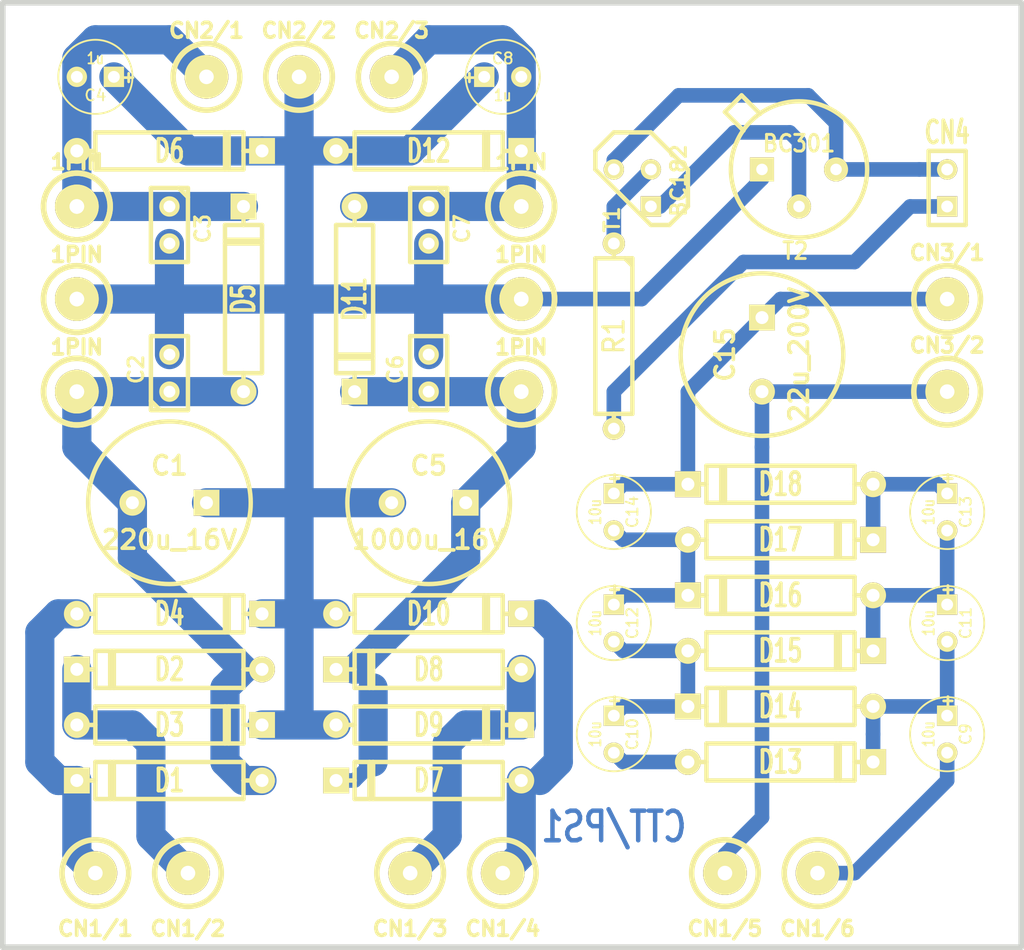
<source format=kicad_pcb>
(kicad_pcb (version 4) (host pcbnew 4.0.5+dfsg1-4+deb9u1)

  (general
    (links 51)
    (no_connects 16)
    (area 112.204499 68.389499 182.435501 133.540501)
    (thickness 1.6)
    (drawings 6)
    (tracks 132)
    (zones 0)
    (modules 60)
    (nets 18)
  )

  (page A4)
  (title_block
    (title "CTT Transistor tester - CTT/PS1 Power supply unit")
    (date "19 jun 2011")
    (rev 1.0)
    (company "Pozsar Zsolt")
    (comment 1 "Draw number: CTT/22-23")
  )

  (layers
    (0 F.Cu signal)
    (31 B.Cu signal)
    (32 B.Adhes user)
    (33 F.Adhes user)
    (34 B.Paste user)
    (35 F.Paste user)
    (36 B.SilkS user)
    (37 F.SilkS user)
    (38 B.Mask user)
    (39 F.Mask user)
    (40 Dwgs.User user)
    (41 Cmts.User user)
    (42 Eco1.User user)
    (43 Eco2.User user)
    (44 Edge.Cuts user)
    (45 Margin user)
    (46 B.CrtYd user)
    (47 F.CrtYd user)
    (48 B.Fab user)
    (49 F.Fab user)
  )

  (setup
    (last_trace_width 1.00076)
    (trace_clearance 0.254)
    (zone_clearance 0.508)
    (zone_45_only no)
    (trace_min 0.2)
    (segment_width 0.381)
    (edge_width 0.381)
    (via_size 0.889)
    (via_drill 0.635)
    (via_min_size 0.4)
    (via_min_drill 0.3)
    (uvia_size 0.3)
    (uvia_drill 0.1)
    (uvias_allowed no)
    (uvia_min_size 0.2)
    (uvia_min_drill 0.1)
    (pcb_text_width 0.3048)
    (pcb_text_size 1.524 2.032)
    (mod_edge_width 0.381)
    (mod_text_size 1.524 1.524)
    (mod_text_width 0.3048)
    (pad_size 1.778 1.778)
    (pad_drill 0.889)
    (pad_to_mask_clearance 0.2)
    (aux_axis_origin 0 0)
    (visible_elements 7FFFFFFF)
    (pcbplotparams
      (layerselection 0x010e0_80000001)
      (usegerberextensions false)
      (excludeedgelayer false)
      (linewidth 0.100000)
      (plotframeref false)
      (viasonmask false)
      (mode 1)
      (useauxorigin false)
      (hpglpennumber 1)
      (hpglpenspeed 20)
      (hpglpendiameter 15)
      (hpglpenoverlay 2)
      (psnegative false)
      (psa4output false)
      (plotreference true)
      (plotvalue false)
      (plotinvisibletext false)
      (padsonsilk false)
      (subtractmaskfromsilk false)
      (outputformat 1)
      (mirror false)
      (drillshape 0)
      (scaleselection 1)
      (outputdirectory ""))
  )

  (net 0 "")
  (net 1 N-000015)
  (net 2 /GND)
  (net 3 /-5V)
  (net 4 /+5V)
  (net 5 N-000013)
  (net 6 N-000004)
  (net 7 N-000019)
  (net 8 N-000002)
  (net 9 N-000016)
  (net 10 N-000001)
  (net 11 N-000005)
  (net 12 /+Um1)
  (net 13 /8V_0.5A_AC)
  (net 14 /8V_2A_AC)
  (net 15 N-000012)
  (net 16 /POL)
  (net 17 N-000011)

  (net_class Default "This is the default net class."
    (clearance 0.254)
    (trace_width 1.00076)
    (via_dia 0.889)
    (via_drill 0.635)
    (uvia_dia 0.3)
    (uvia_drill 0.1)
    (add_net /+5V)
    (add_net /+Um1)
    (add_net /-5V)
    (add_net /8V_0.5A_AC)
    (add_net /8V_2A_AC)
    (add_net /GND)
    (add_net /POL)
    (add_net N-000001)
    (add_net N-000002)
    (add_net N-000004)
    (add_net N-000005)
    (add_net N-000011)
    (add_net N-000012)
    (add_net N-000013)
    (add_net N-000015)
    (add_net N-000016)
    (add_net N-000019)
  )

  (module 1pin (layer F.Cu) (tedit 4DDD1331) (tstamp 4DDD0A38)
    (at 177.165 95.25)
    (descr "module 1 pin (ou trou mecanique de percage)")
    (tags DEV)
    (fp_text reference 1PIN (at 0 -3.048) (layer F.SilkS) hide
      (effects (font (size 1.016 1.016) (thickness 0.254)))
    )
    (fp_text value CN3/2 (at 0 -3.175) (layer F.SilkS)
      (effects (font (size 1.016 1.016) (thickness 0.254)))
    )
    (fp_circle (center 0 0) (end 0 -2.286) (layer F.SilkS) (width 0.381))
    (pad 1 thru_hole circle (at 0 0) (size 2.99974 2.99974) (drill 1.00076) (layers *.Cu *.Mask F.SilkS))
  )

  (module 1pin (layer F.Cu) (tedit 4DDD130D) (tstamp 4DDD0A36)
    (at 177.165 88.9)
    (descr "module 1 pin (ou trou mecanique de percage)")
    (tags DEV)
    (fp_text reference 1PIN (at 0 -3.048) (layer F.SilkS) hide
      (effects (font (size 1.016 1.016) (thickness 0.254)))
    )
    (fp_text value CN3/1 (at 0 -3.175) (layer F.SilkS)
      (effects (font (size 1.016 1.016) (thickness 0.254)))
    )
    (fp_circle (center 0 0) (end 0 -2.286) (layer F.SilkS) (width 0.381))
    (pad 1 thru_hole circle (at 0 0) (size 2.99974 2.99974) (drill 1.00076) (layers *.Cu *.Mask F.SilkS))
  )

  (module 1pin (layer F.Cu) (tedit 4DDD126E) (tstamp 4DDC0C46)
    (at 126.365 73.66)
    (descr "module 1 pin (ou trou mecanique de percage)")
    (tags DEV)
    (fp_text reference 1PIN (at 0 -3.048) (layer F.SilkS) hide
      (effects (font (size 1.016 1.016) (thickness 0.254)))
    )
    (fp_text value CN2/1 (at 0 -3.175) (layer F.SilkS)
      (effects (font (size 1.016 1.016) (thickness 0.254)))
    )
    (fp_circle (center 0 0) (end 0 -2.286) (layer F.SilkS) (width 0.381))
    (pad 1 thru_hole circle (at 0 0) (size 2.99974 2.99974) (drill 1.00076) (layers *.Cu *.Mask F.SilkS))
  )

  (module 1pin (layer F.Cu) (tedit 4DDD128C) (tstamp 4DDC0C42)
    (at 132.715 73.66)
    (descr "module 1 pin (ou trou mecanique de percage)")
    (tags DEV)
    (fp_text reference 1PIN (at 0 -3.048) (layer F.SilkS) hide
      (effects (font (size 1.016 1.016) (thickness 0.254)))
    )
    (fp_text value CN2/2 (at 0 -3.175) (layer F.SilkS)
      (effects (font (size 1.016 1.016) (thickness 0.254)))
    )
    (fp_circle (center 0 0) (end 0 -2.286) (layer F.SilkS) (width 0.381))
    (pad 1 thru_hole circle (at 0 0) (size 2.99974 2.99974) (drill 1.00076) (layers *.Cu *.Mask F.SilkS))
  )

  (module 1pin (layer F.Cu) (tedit 4DDD12A3) (tstamp 4DDC0C3E)
    (at 139.065 73.66)
    (descr "module 1 pin (ou trou mecanique de percage)")
    (tags DEV)
    (fp_text reference 1PIN (at 0 -3.048) (layer F.SilkS) hide
      (effects (font (size 1.016 1.016) (thickness 0.254)))
    )
    (fp_text value CN2/3 (at 0 -3.175) (layer F.SilkS)
      (effects (font (size 1.016 1.016) (thickness 0.254)))
    )
    (fp_circle (center 0 0) (end 0 -2.286) (layer F.SilkS) (width 0.381))
    (pad 1 thru_hole circle (at 0 0) (size 2.99974 2.99974) (drill 1.00076) (layers *.Cu *.Mask F.SilkS))
  )

  (module 1pin (layer F.Cu) (tedit 4DDC0593) (tstamp 4DDC0AA7)
    (at 147.955 95.25)
    (descr "module 1 pin (ou trou mecanique de percage)")
    (tags DEV)
    (fp_text reference 1PIN (at 0 -3.048) (layer F.SilkS)
      (effects (font (size 1.016 1.016) (thickness 0.254)))
    )
    (fp_text value P*** (at 0 2.794) (layer F.SilkS) hide
      (effects (font (size 1.016 1.016) (thickness 0.254)))
    )
    (fp_circle (center 0 0) (end 0 -2.286) (layer F.SilkS) (width 0.381))
    (pad 1 thru_hole circle (at 0 0) (size 2.99974 2.99974) (drill 1.00076) (layers *.Cu *.Mask F.SilkS))
  )

  (module 1pin (layer F.Cu) (tedit 4DDC0593) (tstamp 4DDC0AA5)
    (at 147.955 88.9)
    (descr "module 1 pin (ou trou mecanique de percage)")
    (tags DEV)
    (fp_text reference 1PIN (at 0 -3.048) (layer F.SilkS)
      (effects (font (size 1.016 1.016) (thickness 0.254)))
    )
    (fp_text value P*** (at 0 2.794) (layer F.SilkS) hide
      (effects (font (size 1.016 1.016) (thickness 0.254)))
    )
    (fp_circle (center 0 0) (end 0 -2.286) (layer F.SilkS) (width 0.381))
    (pad 1 thru_hole circle (at 0 0) (size 2.99974 2.99974) (drill 1.00076) (layers *.Cu *.Mask F.SilkS))
  )

  (module 1pin (layer F.Cu) (tedit 4DDC0593) (tstamp 4DDC0AA3)
    (at 147.955 82.55)
    (descr "module 1 pin (ou trou mecanique de percage)")
    (tags DEV)
    (fp_text reference 1PIN (at 0 -3.048) (layer F.SilkS)
      (effects (font (size 1.016 1.016) (thickness 0.254)))
    )
    (fp_text value P*** (at 0 2.794) (layer F.SilkS) hide
      (effects (font (size 1.016 1.016) (thickness 0.254)))
    )
    (fp_circle (center 0 0) (end 0 -2.286) (layer F.SilkS) (width 0.381))
    (pad 1 thru_hole circle (at 0 0) (size 2.99974 2.99974) (drill 1.00076) (layers *.Cu *.Mask F.SilkS))
  )

  (module 1pin (layer F.Cu) (tedit 4DDC0593) (tstamp 4DDC0AA1)
    (at 147.955 82.55)
    (descr "module 1 pin (ou trou mecanique de percage)")
    (tags DEV)
    (fp_text reference 1PIN (at 0 -3.048) (layer F.SilkS)
      (effects (font (size 1.016 1.016) (thickness 0.254)))
    )
    (fp_text value P*** (at 0 2.794) (layer F.SilkS) hide
      (effects (font (size 1.016 1.016) (thickness 0.254)))
    )
    (fp_circle (center 0 0) (end 0 -2.286) (layer F.SilkS) (width 0.381))
    (pad 1 thru_hole circle (at 0 0) (size 2.99974 2.99974) (drill 1.00076) (layers *.Cu *.Mask F.SilkS))
  )

  (module 1pin (layer F.Cu) (tedit 4DDC0593) (tstamp 4DDC0A9F)
    (at 147.955 88.9)
    (descr "module 1 pin (ou trou mecanique de percage)")
    (tags DEV)
    (fp_text reference 1PIN (at 0 -3.048) (layer F.SilkS)
      (effects (font (size 1.016 1.016) (thickness 0.254)))
    )
    (fp_text value P*** (at 0 2.794) (layer F.SilkS) hide
      (effects (font (size 1.016 1.016) (thickness 0.254)))
    )
    (fp_circle (center 0 0) (end 0 -2.286) (layer F.SilkS) (width 0.381))
    (pad 1 thru_hole circle (at 0 0) (size 2.99974 2.99974) (drill 1.00076) (layers *.Cu *.Mask F.SilkS))
  )

  (module 1pin (layer F.Cu) (tedit 4DDC0593) (tstamp 4DDC0A9D)
    (at 147.955 95.25)
    (descr "module 1 pin (ou trou mecanique de percage)")
    (tags DEV)
    (fp_text reference 1PIN (at 0 -3.048) (layer F.SilkS)
      (effects (font (size 1.016 1.016) (thickness 0.254)))
    )
    (fp_text value P*** (at 0 2.794) (layer F.SilkS) hide
      (effects (font (size 1.016 1.016) (thickness 0.254)))
    )
    (fp_circle (center 0 0) (end 0 -2.286) (layer F.SilkS) (width 0.381))
    (pad 1 thru_hole circle (at 0 0) (size 2.99974 2.99974) (drill 1.00076) (layers *.Cu *.Mask F.SilkS))
  )

  (module 1pin (layer F.Cu) (tedit 4DDC0593) (tstamp 4DDC0A96)
    (at 117.475 95.25)
    (descr "module 1 pin (ou trou mecanique de percage)")
    (tags DEV)
    (fp_text reference 1PIN (at 0 -3.048) (layer F.SilkS)
      (effects (font (size 1.016 1.016) (thickness 0.254)))
    )
    (fp_text value P*** (at 0 2.794) (layer F.SilkS) hide
      (effects (font (size 1.016 1.016) (thickness 0.254)))
    )
    (fp_circle (center 0 0) (end 0 -2.286) (layer F.SilkS) (width 0.381))
    (pad 1 thru_hole circle (at 0 0) (size 2.99974 2.99974) (drill 1.00076) (layers *.Cu *.Mask F.SilkS))
  )

  (module 1pin (layer F.Cu) (tedit 4DDC0593) (tstamp 4DDC0A94)
    (at 117.475 88.9)
    (descr "module 1 pin (ou trou mecanique de percage)")
    (tags DEV)
    (fp_text reference 1PIN (at 0 -3.048) (layer F.SilkS)
      (effects (font (size 1.016 1.016) (thickness 0.254)))
    )
    (fp_text value P*** (at 0 2.794) (layer F.SilkS) hide
      (effects (font (size 1.016 1.016) (thickness 0.254)))
    )
    (fp_circle (center 0 0) (end 0 -2.286) (layer F.SilkS) (width 0.381))
    (pad 1 thru_hole circle (at 0 0) (size 2.99974 2.99974) (drill 1.00076) (layers *.Cu *.Mask F.SilkS))
  )

  (module 1pin (layer F.Cu) (tedit 4DDC0593) (tstamp 4DDC0A92)
    (at 117.475 82.55)
    (descr "module 1 pin (ou trou mecanique de percage)")
    (tags DEV)
    (fp_text reference 1PIN (at 0 -3.048) (layer F.SilkS)
      (effects (font (size 1.016 1.016) (thickness 0.254)))
    )
    (fp_text value P*** (at 0 2.794) (layer F.SilkS) hide
      (effects (font (size 1.016 1.016) (thickness 0.254)))
    )
    (fp_circle (center 0 0) (end 0 -2.286) (layer F.SilkS) (width 0.381))
    (pad 1 thru_hole circle (at 0 0) (size 2.99974 2.99974) (drill 1.00076) (layers *.Cu *.Mask F.SilkS))
  )

  (module 1pin (layer F.Cu) (tedit 4DDC0593) (tstamp 4DDC0A88)
    (at 117.475 82.55)
    (descr "module 1 pin (ou trou mecanique de percage)")
    (tags DEV)
    (fp_text reference 1PIN (at 0 -3.048) (layer F.SilkS)
      (effects (font (size 1.016 1.016) (thickness 0.254)))
    )
    (fp_text value P*** (at 0 2.794) (layer F.SilkS) hide
      (effects (font (size 1.016 1.016) (thickness 0.254)))
    )
    (fp_circle (center 0 0) (end 0 -2.286) (layer F.SilkS) (width 0.381))
    (pad 1 thru_hole circle (at 0 0) (size 2.99974 2.99974) (drill 1.00076) (layers *.Cu *.Mask F.SilkS))
  )

  (module 1pin (layer F.Cu) (tedit 4DDD1400) (tstamp 4DDC084C)
    (at 161.925 128.27)
    (descr "module 1 pin (ou trou mecanique de percage)")
    (tags DEV)
    (fp_text reference 1PIN (at 0 -3.048) (layer F.SilkS) hide
      (effects (font (size 1.016 1.016) (thickness 0.254)))
    )
    (fp_text value CN1/5 (at 0 3.81) (layer F.SilkS)
      (effects (font (size 1.016 1.016) (thickness 0.254)))
    )
    (fp_circle (center 0 0) (end 0 -2.286) (layer F.SilkS) (width 0.381))
    (pad 1 thru_hole circle (at 0 0) (size 2.99974 2.99974) (drill 1.00076) (layers *.Cu *.Mask F.SilkS))
  )

  (module 1pin (layer F.Cu) (tedit 4DDD1412) (tstamp 4DDC084A)
    (at 168.275 128.27)
    (descr "module 1 pin (ou trou mecanique de percage)")
    (tags DEV)
    (fp_text reference 1PIN (at 0 -3.048) (layer F.SilkS) hide
      (effects (font (size 1.016 1.016) (thickness 0.254)))
    )
    (fp_text value CN1/6 (at 0 3.81) (layer F.SilkS)
      (effects (font (size 1.016 1.016) (thickness 0.254)))
    )
    (fp_circle (center 0 0) (end 0 -2.286) (layer F.SilkS) (width 0.381))
    (pad 1 thru_hole circle (at 0 0) (size 2.99974 2.99974) (drill 1.00076) (layers *.Cu *.Mask F.SilkS))
  )

  (module 1pin (layer F.Cu) (tedit 4DDD13E3) (tstamp 4DDC07D4)
    (at 146.685 128.27)
    (descr "module 1 pin (ou trou mecanique de percage)")
    (tags DEV)
    (fp_text reference 1PIN (at 0 -3.048) (layer F.SilkS) hide
      (effects (font (size 1.016 1.016) (thickness 0.254)))
    )
    (fp_text value CN1/4 (at 0 3.81) (layer F.SilkS)
      (effects (font (size 1.016 1.016) (thickness 0.254)))
    )
    (fp_circle (center 0 0) (end 0 -2.286) (layer F.SilkS) (width 0.381))
    (pad 1 thru_hole circle (at 0 0) (size 2.99974 2.99974) (drill 1.00076) (layers *.Cu *.Mask F.SilkS))
  )

  (module 1pin (layer F.Cu) (tedit 4DDD13CE) (tstamp 4DDC07B9)
    (at 140.335 128.27)
    (descr "module 1 pin (ou trou mecanique de percage)")
    (tags DEV)
    (fp_text reference 1PIN (at 0 -3.048) (layer F.SilkS) hide
      (effects (font (size 1.016 1.016) (thickness 0.254)))
    )
    (fp_text value CN1/3 (at 0 3.81) (layer F.SilkS)
      (effects (font (size 1.016 1.016) (thickness 0.254)))
    )
    (fp_circle (center 0 0) (end 0 -2.286) (layer F.SilkS) (width 0.381))
    (pad 1 thru_hole circle (at 0 0) (size 2.99974 2.99974) (drill 1.00076) (layers *.Cu *.Mask F.SilkS))
  )

  (module 1pin (layer F.Cu) (tedit 4DDD13B0) (tstamp 4DDC07B7)
    (at 125.095 128.27)
    (descr "module 1 pin (ou trou mecanique de percage)")
    (tags DEV)
    (fp_text reference 1PIN (at 0 -3.048) (layer F.SilkS) hide
      (effects (font (size 1.016 1.016) (thickness 0.254)))
    )
    (fp_text value CN1/2 (at 0 3.81) (layer F.SilkS)
      (effects (font (size 1.016 1.016) (thickness 0.254)))
    )
    (fp_circle (center 0 0) (end 0 -2.286) (layer F.SilkS) (width 0.381))
    (pad 1 thru_hole circle (at 0 0) (size 2.99974 2.99974) (drill 1.00076) (layers *.Cu *.Mask F.SilkS))
  )

  (module 1pin (layer F.Cu) (tedit 4DDD139A) (tstamp 4DDC07A8)
    (at 118.745 128.27)
    (descr "module 1 pin (ou trou mecanique de percage)")
    (tags DEV)
    (fp_text reference 1PIN (at 0 -3.048) (layer F.SilkS) hide
      (effects (font (size 1.016 1.016) (thickness 0.254)))
    )
    (fp_text value CN1/1 (at 0 3.81) (layer F.SilkS)
      (effects (font (size 1.016 1.016) (thickness 0.254)))
    )
    (fp_circle (center 0 0) (end 0 -2.286) (layer F.SilkS) (width 0.381))
    (pad 1 thru_hole circle (at 0 0) (size 2.99974 2.99974) (drill 1.00076) (layers *.Cu *.Mask F.SilkS))
  )

  (module 1pin (layer F.Cu) (tedit 4DDC0593) (tstamp 4DDC05EF)
    (at 117.475 88.9)
    (descr "module 1 pin (ou trou mecanique de percage)")
    (tags DEV)
    (fp_text reference 1PIN (at 0 -3.048) (layer F.SilkS)
      (effects (font (size 1.016 1.016) (thickness 0.254)))
    )
    (fp_text value P*** (at 0 2.794) (layer F.SilkS) hide
      (effects (font (size 1.016 1.016) (thickness 0.254)))
    )
    (fp_circle (center 0 0) (end 0 -2.286) (layer F.SilkS) (width 0.381))
    (pad 1 thru_hole circle (at 0 0) (size 2.99974 2.99974) (drill 1.00076) (layers *.Cu *.Mask F.SilkS))
  )

  (module 1pin (layer F.Cu) (tedit 4DDC0593) (tstamp 4DDC05E1)
    (at 117.475 95.25)
    (descr "module 1 pin (ou trou mecanique de percage)")
    (tags DEV)
    (fp_text reference 1PIN (at 0 -3.048) (layer F.SilkS)
      (effects (font (size 1.016 1.016) (thickness 0.254)))
    )
    (fp_text value P*** (at 0 2.794) (layer F.SilkS) hide
      (effects (font (size 1.016 1.016) (thickness 0.254)))
    )
    (fp_circle (center 0 0) (end 0 -2.286) (layer F.SilkS) (width 0.381))
    (pad 1 thru_hole circle (at 0 0) (size 2.99974 2.99974) (drill 1.00076) (layers *.Cu *.Mask F.SilkS))
  )

  (module C1 (layer F.Cu) (tedit 3F92C496) (tstamp 4DDBF3A3)
    (at 123.825 93.98 90)
    (descr "Condensateur e = 1 pas")
    (tags C)
    (fp_text reference C2 (at 0.254 -2.286 90) (layer F.SilkS)
      (effects (font (size 1.016 1.016) (thickness 0.2032)))
    )
    (fp_text value 1n (at 0 -2.286 90) (layer F.SilkS) hide
      (effects (font (size 1.016 1.016) (thickness 0.2032)))
    )
    (fp_line (start -2.4892 -1.27) (end 2.54 -1.27) (layer F.SilkS) (width 0.3048))
    (fp_line (start 2.54 -1.27) (end 2.54 1.27) (layer F.SilkS) (width 0.3048))
    (fp_line (start 2.54 1.27) (end -2.54 1.27) (layer F.SilkS) (width 0.3048))
    (fp_line (start -2.54 1.27) (end -2.54 -1.27) (layer F.SilkS) (width 0.3048))
    (fp_line (start -2.54 -0.635) (end -1.905 -1.27) (layer F.SilkS) (width 0.3048))
    (pad 1 thru_hole circle (at -1.27 0 90) (size 1.397 1.397) (drill 0.8128) (layers *.Cu *.Mask F.SilkS)
      (net 1 N-000015))
    (pad 2 thru_hole circle (at 1.27 0 90) (size 1.397 1.397) (drill 0.8128) (layers *.Cu *.Mask F.SilkS)
      (net 2 /GND))
    (model discret/capa_1_pas.wrl
      (at (xyz 0 0 0))
      (scale (xyz 1 1 1))
      (rotate (xyz 0 0 0))
    )
  )

  (module C1 (layer F.Cu) (tedit 3F92C496) (tstamp 4DDBF3A5)
    (at 123.825 83.82 270)
    (descr "Condensateur e = 1 pas")
    (tags C)
    (fp_text reference C3 (at 0.254 -2.286 270) (layer F.SilkS)
      (effects (font (size 1.016 1.016) (thickness 0.2032)))
    )
    (fp_text value 1n (at 0 -2.286 270) (layer F.SilkS) hide
      (effects (font (size 1.016 1.016) (thickness 0.2032)))
    )
    (fp_line (start -2.4892 -1.27) (end 2.54 -1.27) (layer F.SilkS) (width 0.3048))
    (fp_line (start 2.54 -1.27) (end 2.54 1.27) (layer F.SilkS) (width 0.3048))
    (fp_line (start 2.54 1.27) (end -2.54 1.27) (layer F.SilkS) (width 0.3048))
    (fp_line (start -2.54 1.27) (end -2.54 -1.27) (layer F.SilkS) (width 0.3048))
    (fp_line (start -2.54 -0.635) (end -1.905 -1.27) (layer F.SilkS) (width 0.3048))
    (pad 1 thru_hole circle (at -1.27 0 270) (size 1.397 1.397) (drill 0.8128) (layers *.Cu *.Mask F.SilkS)
      (net 3 /-5V))
    (pad 2 thru_hole circle (at 1.27 0 270) (size 1.397 1.397) (drill 0.8128) (layers *.Cu *.Mask F.SilkS)
      (net 2 /GND))
    (model discret/capa_1_pas.wrl
      (at (xyz 0 0 0))
      (scale (xyz 1 1 1))
      (rotate (xyz 0 0 0))
    )
  )

  (module C1 (layer F.Cu) (tedit 3F92C496) (tstamp 4DDBF3A7)
    (at 141.605 83.82 270)
    (descr "Condensateur e = 1 pas")
    (tags C)
    (fp_text reference C7 (at 0.254 -2.286 270) (layer F.SilkS)
      (effects (font (size 1.016 1.016) (thickness 0.2032)))
    )
    (fp_text value 1n (at 0 -2.286 270) (layer F.SilkS) hide
      (effects (font (size 1.016 1.016) (thickness 0.2032)))
    )
    (fp_line (start -2.4892 -1.27) (end 2.54 -1.27) (layer F.SilkS) (width 0.3048))
    (fp_line (start 2.54 -1.27) (end 2.54 1.27) (layer F.SilkS) (width 0.3048))
    (fp_line (start 2.54 1.27) (end -2.54 1.27) (layer F.SilkS) (width 0.3048))
    (fp_line (start -2.54 1.27) (end -2.54 -1.27) (layer F.SilkS) (width 0.3048))
    (fp_line (start -2.54 -0.635) (end -1.905 -1.27) (layer F.SilkS) (width 0.3048))
    (pad 1 thru_hole circle (at -1.27 0 270) (size 1.397 1.397) (drill 0.8128) (layers *.Cu *.Mask F.SilkS)
      (net 4 /+5V))
    (pad 2 thru_hole circle (at 1.27 0 270) (size 1.397 1.397) (drill 0.8128) (layers *.Cu *.Mask F.SilkS)
      (net 2 /GND))
    (model discret/capa_1_pas.wrl
      (at (xyz 0 0 0))
      (scale (xyz 1 1 1))
      (rotate (xyz 0 0 0))
    )
  )

  (module C1 (layer F.Cu) (tedit 3F92C496) (tstamp 4DDBF3A9)
    (at 141.605 93.98 90)
    (descr "Condensateur e = 1 pas")
    (tags C)
    (fp_text reference C6 (at 0.254 -2.286 90) (layer F.SilkS)
      (effects (font (size 1.016 1.016) (thickness 0.2032)))
    )
    (fp_text value 1n (at 0 -2.286 90) (layer F.SilkS) hide
      (effects (font (size 1.016 1.016) (thickness 0.2032)))
    )
    (fp_line (start -2.4892 -1.27) (end 2.54 -1.27) (layer F.SilkS) (width 0.3048))
    (fp_line (start 2.54 -1.27) (end 2.54 1.27) (layer F.SilkS) (width 0.3048))
    (fp_line (start 2.54 1.27) (end -2.54 1.27) (layer F.SilkS) (width 0.3048))
    (fp_line (start -2.54 1.27) (end -2.54 -1.27) (layer F.SilkS) (width 0.3048))
    (fp_line (start -2.54 -0.635) (end -1.905 -1.27) (layer F.SilkS) (width 0.3048))
    (pad 1 thru_hole circle (at -1.27 0 90) (size 1.397 1.397) (drill 0.8128) (layers *.Cu *.Mask F.SilkS)
      (net 5 N-000013))
    (pad 2 thru_hole circle (at 1.27 0 90) (size 1.397 1.397) (drill 0.8128) (layers *.Cu *.Mask F.SilkS)
      (net 2 /GND))
    (model discret/capa_1_pas.wrl
      (at (xyz 0 0 0))
      (scale (xyz 1 1 1))
      (rotate (xyz 0 0 0))
    )
  )

  (module C1V5 (layer F.Cu) (tedit 3E070CF4) (tstamp 4DDBF3AA)
    (at 177.165 103.505 270)
    (descr "Condensateur e = 1 pas")
    (tags C)
    (fp_text reference C13 (at 0 -1.26746 270) (layer F.SilkS)
      (effects (font (size 0.762 0.762) (thickness 0.127)))
    )
    (fp_text value 10u (at 0 1.27 270) (layer F.SilkS)
      (effects (font (size 0.762 0.635) (thickness 0.127)))
    )
    (fp_text user + (at -2.286 0 270) (layer F.SilkS)
      (effects (font (size 0.762 0.762) (thickness 0.1905)))
    )
    (fp_circle (center 0 0) (end 0.127 -2.54) (layer F.SilkS) (width 0.127))
    (pad 1 thru_hole rect (at -1.27 0 270) (size 1.397 1.397) (drill 0.8128) (layers *.Cu *.Mask F.SilkS)
      (net 6 N-000004))
    (pad 2 thru_hole circle (at 1.27 0 270) (size 1.397 1.397) (drill 0.8128) (layers *.Cu *.Mask F.SilkS)
      (net 7 N-000019))
    (model discret/c_vert_c1v5.wrl
      (at (xyz 0 0 0))
      (scale (xyz 1 1 1))
      (rotate (xyz 0 0 0))
    )
  )

  (module C1V5 (layer F.Cu) (tedit 3E070CF4) (tstamp 4DDBF3AC)
    (at 118.745 73.66 180)
    (descr "Condensateur e = 1 pas")
    (tags C)
    (fp_text reference C4 (at 0 -1.26746 180) (layer F.SilkS)
      (effects (font (size 0.762 0.762) (thickness 0.127)))
    )
    (fp_text value 1u (at 0 1.27 180) (layer F.SilkS)
      (effects (font (size 0.762 0.635) (thickness 0.127)))
    )
    (fp_text user + (at -2.286 0 180) (layer F.SilkS)
      (effects (font (size 0.762 0.762) (thickness 0.1905)))
    )
    (fp_circle (center 0 0) (end 0.127 -2.54) (layer F.SilkS) (width 0.127))
    (pad 1 thru_hole rect (at -1.27 0 180) (size 1.397 1.397) (drill 0.8128) (layers *.Cu *.Mask F.SilkS)
      (net 2 /GND))
    (pad 2 thru_hole circle (at 1.27 0 180) (size 1.397 1.397) (drill 0.8128) (layers *.Cu *.Mask F.SilkS)
      (net 3 /-5V))
    (model discret/c_vert_c1v5.wrl
      (at (xyz 0 0 0))
      (scale (xyz 1 1 1))
      (rotate (xyz 0 0 0))
    )
  )

  (module C1V5 (layer F.Cu) (tedit 3E070CF4) (tstamp 4DDBF3AE)
    (at 146.685 73.66)
    (descr "Condensateur e = 1 pas")
    (tags C)
    (fp_text reference C8 (at 0 -1.26746) (layer F.SilkS)
      (effects (font (size 0.762 0.762) (thickness 0.127)))
    )
    (fp_text value 1u (at 0 1.27) (layer F.SilkS)
      (effects (font (size 0.762 0.635) (thickness 0.127)))
    )
    (fp_text user + (at -2.286 0) (layer F.SilkS)
      (effects (font (size 0.762 0.762) (thickness 0.1905)))
    )
    (fp_circle (center 0 0) (end 0.127 -2.54) (layer F.SilkS) (width 0.127))
    (pad 1 thru_hole rect (at -1.27 0) (size 1.397 1.397) (drill 0.8128) (layers *.Cu *.Mask F.SilkS)
      (net 4 /+5V))
    (pad 2 thru_hole circle (at 1.27 0) (size 1.397 1.397) (drill 0.8128) (layers *.Cu *.Mask F.SilkS)
      (net 2 /GND))
    (model discret/c_vert_c1v5.wrl
      (at (xyz 0 0 0))
      (scale (xyz 1 1 1))
      (rotate (xyz 0 0 0))
    )
  )

  (module C1V5 (layer F.Cu) (tedit 3E070CF4) (tstamp 4DDBF3B0)
    (at 177.165 118.745 270)
    (descr "Condensateur e = 1 pas")
    (tags C)
    (fp_text reference C9 (at 0 -1.26746 270) (layer F.SilkS)
      (effects (font (size 0.762 0.762) (thickness 0.127)))
    )
    (fp_text value 10u (at 0 1.27 270) (layer F.SilkS)
      (effects (font (size 0.762 0.635) (thickness 0.127)))
    )
    (fp_text user + (at -2.286 0 270) (layer F.SilkS)
      (effects (font (size 0.762 0.762) (thickness 0.1905)))
    )
    (fp_circle (center 0 0) (end 0.127 -2.54) (layer F.SilkS) (width 0.127))
    (pad 1 thru_hole rect (at -1.27 0 270) (size 1.397 1.397) (drill 0.8128) (layers *.Cu *.Mask F.SilkS)
      (net 8 N-000002))
    (pad 2 thru_hole circle (at 1.27 0 270) (size 1.397 1.397) (drill 0.8128) (layers *.Cu *.Mask F.SilkS))
    (model discret/c_vert_c1v5.wrl
      (at (xyz 0 0 0))
      (scale (xyz 1 1 1))
      (rotate (xyz 0 0 0))
    )
  )

  (module C1V5 (layer F.Cu) (tedit 4DDD209D) (tstamp 4DDD2094)
    (at 154.305 118.745 270)
    (descr "Condensateur e = 1 pas")
    (tags C)
    (fp_text reference C10 (at 0 -1.26746 270) (layer F.SilkS)
      (effects (font (size 0.762 0.762) (thickness 0.127)))
    )
    (fp_text value 10u (at 0 1.27 270) (layer F.SilkS)
      (effects (font (size 0.762 0.635) (thickness 0.127)))
    )
    (fp_text user + (at -2.286 0 270) (layer F.SilkS)
      (effects (font (size 0.762 0.762) (thickness 0.1905)))
    )
    (fp_circle (center 0 0) (end 0.127 -2.54) (layer F.SilkS) (width 0.127))
    (pad 1 thru_hole rect (at -1.27 0 270) (size 1.397 1.397) (drill 0.8128) (layers *.Cu *.Mask F.SilkS)
      (net 9 N-000016))
    (pad 2 thru_hole circle (at 1.27 0 270) (size 1.397 1.397) (drill 0.8128) (layers *.Cu *.Mask F.SilkS)
      (net 10 N-000001))
    (model discret/c_vert_c1v5.wrl
      (at (xyz 0 0 0))
      (scale (xyz 1 1 1))
      (rotate (xyz 0 0 0))
    )
  )

  (module C1V5 (layer F.Cu) (tedit 3E070CF4) (tstamp 4DDBF3B4)
    (at 177.165 111.125 270)
    (descr "Condensateur e = 1 pas")
    (tags C)
    (fp_text reference C11 (at 0 -1.26746 270) (layer F.SilkS)
      (effects (font (size 0.762 0.762) (thickness 0.127)))
    )
    (fp_text value 10u (at 0 1.27 270) (layer F.SilkS)
      (effects (font (size 0.762 0.635) (thickness 0.127)))
    )
    (fp_text user + (at -2.286 0 270) (layer F.SilkS)
      (effects (font (size 0.762 0.762) (thickness 0.1905)))
    )
    (fp_circle (center 0 0) (end 0.127 -2.54) (layer F.SilkS) (width 0.127))
    (pad 1 thru_hole rect (at -1.27 0 270) (size 1.397 1.397) (drill 0.8128) (layers *.Cu *.Mask F.SilkS)
      (net 7 N-000019))
    (pad 2 thru_hole circle (at 1.27 0 270) (size 1.397 1.397) (drill 0.8128) (layers *.Cu *.Mask F.SilkS)
      (net 8 N-000002))
    (model discret/c_vert_c1v5.wrl
      (at (xyz 0 0 0))
      (scale (xyz 1 1 1))
      (rotate (xyz 0 0 0))
    )
  )

  (module C1V5 (layer F.Cu) (tedit 3E070CF4) (tstamp 4DDBF3B6)
    (at 154.305 111.125 270)
    (descr "Condensateur e = 1 pas")
    (tags C)
    (fp_text reference C12 (at 0 -1.26746 270) (layer F.SilkS)
      (effects (font (size 0.762 0.762) (thickness 0.127)))
    )
    (fp_text value 10u (at 0 1.27 270) (layer F.SilkS)
      (effects (font (size 0.762 0.635) (thickness 0.127)))
    )
    (fp_text user + (at -2.286 0 270) (layer F.SilkS)
      (effects (font (size 0.762 0.762) (thickness 0.1905)))
    )
    (fp_circle (center 0 0) (end 0.127 -2.54) (layer F.SilkS) (width 0.127))
    (pad 1 thru_hole rect (at -1.27 0 270) (size 1.397 1.397) (drill 0.8128) (layers *.Cu *.Mask F.SilkS)
      (net 11 N-000005))
    (pad 2 thru_hole circle (at 1.27 0 270) (size 1.397 1.397) (drill 0.8128) (layers *.Cu *.Mask F.SilkS)
      (net 9 N-000016))
    (model discret/c_vert_c1v5.wrl
      (at (xyz 0 0 0))
      (scale (xyz 1 1 1))
      (rotate (xyz 0 0 0))
    )
  )

  (module C1V5 (layer F.Cu) (tedit 3E070CF4) (tstamp 4DDBF3B8)
    (at 154.305 103.505 270)
    (descr "Condensateur e = 1 pas")
    (tags C)
    (fp_text reference C14 (at 0 -1.26746 270) (layer F.SilkS)
      (effects (font (size 0.762 0.762) (thickness 0.127)))
    )
    (fp_text value 10u (at 0 1.27 270) (layer F.SilkS)
      (effects (font (size 0.762 0.635) (thickness 0.127)))
    )
    (fp_text user + (at -2.286 0 270) (layer F.SilkS)
      (effects (font (size 0.762 0.762) (thickness 0.1905)))
    )
    (fp_circle (center 0 0) (end 0.127 -2.54) (layer F.SilkS) (width 0.127))
    (pad 1 thru_hole rect (at -1.27 0 270) (size 1.397 1.397) (drill 0.8128) (layers *.Cu *.Mask F.SilkS)
      (net 12 /+Um1))
    (pad 2 thru_hole circle (at 1.27 0 270) (size 1.397 1.397) (drill 0.8128) (layers *.Cu *.Mask F.SilkS)
      (net 11 N-000005))
    (model discret/c_vert_c1v5.wrl
      (at (xyz 0 0 0))
      (scale (xyz 1 1 1))
      (rotate (xyz 0 0 0))
    )
  )

  (module C2V10 (layer F.Cu) (tedit 41854742) (tstamp 4DDBF3B9)
    (at 141.605 102.87 180)
    (descr "Condensateur polarise")
    (tags CP)
    (fp_text reference C5 (at 0 2.54 180) (layer F.SilkS)
      (effects (font (size 1.27 1.27) (thickness 0.254)))
    )
    (fp_text value 1000u_16V (at 0 -2.54 180) (layer F.SilkS)
      (effects (font (size 1.27 1.27) (thickness 0.254)))
    )
    (fp_circle (center 0 0) (end 4.826 -2.794) (layer F.SilkS) (width 0.3048))
    (pad 1 thru_hole rect (at -2.54 0 180) (size 1.778 1.778) (drill 0.889) (layers *.Cu *.Mask F.SilkS)
      (net 5 N-000013))
    (pad 2 thru_hole circle (at 2.54 0 180) (size 1.778 1.778) (drill 0.889) (layers *.Cu *.Mask F.SilkS)
      (net 2 /GND))
    (model discret/c_vert_c2v10.wrl
      (at (xyz 0 0 0))
      (scale (xyz 1 1 1))
      (rotate (xyz 0 0 0))
    )
  )

  (module C2V10 (layer F.Cu) (tedit 41854742) (tstamp 4DDBF3BB)
    (at 123.825 102.87 180)
    (descr "Condensateur polarise")
    (tags CP)
    (fp_text reference C1 (at 0 2.54 180) (layer F.SilkS)
      (effects (font (size 1.27 1.27) (thickness 0.254)))
    )
    (fp_text value 220u_16V (at 0 -2.54 180) (layer F.SilkS)
      (effects (font (size 1.27 1.27) (thickness 0.254)))
    )
    (fp_circle (center 0 0) (end 4.826 -2.794) (layer F.SilkS) (width 0.3048))
    (pad 1 thru_hole rect (at -2.54 0 180) (size 1.778 1.778) (drill 0.889) (layers *.Cu *.Mask F.SilkS)
      (net 2 /GND))
    (pad 2 thru_hole circle (at 2.54 0 180) (size 1.778 1.778) (drill 0.889) (layers *.Cu *.Mask F.SilkS)
      (net 1 N-000015))
    (model discret/c_vert_c2v10.wrl
      (at (xyz 0 0 0))
      (scale (xyz 1 1 1))
      (rotate (xyz 0 0 0))
    )
  )

  (module D5 (layer F.Cu) (tedit 200000) (tstamp 4DDBF3C9)
    (at 123.825 114.3 180)
    (descr "Diode 5 pas")
    (tags "DIODE DEV")
    (fp_text reference D2 (at 0 0 180) (layer F.SilkS)
      (effects (font (size 1.524 1.016) (thickness 0.254)))
    )
    (fp_text value 1N4001 (at -0.254 0 180) (layer F.SilkS) hide
      (effects (font (size 1.524 1.016) (thickness 0.254)))
    )
    (fp_line (start 6.35 0) (end 5.08 0) (layer F.SilkS) (width 0.3048))
    (fp_line (start 5.08 0) (end 5.08 -1.27) (layer F.SilkS) (width 0.3048))
    (fp_line (start 5.08 -1.27) (end -5.08 -1.27) (layer F.SilkS) (width 0.3048))
    (fp_line (start -5.08 -1.27) (end -5.08 0) (layer F.SilkS) (width 0.3048))
    (fp_line (start -5.08 0) (end -6.35 0) (layer F.SilkS) (width 0.3048))
    (fp_line (start -5.08 0) (end -5.08 1.27) (layer F.SilkS) (width 0.3048))
    (fp_line (start -5.08 1.27) (end 5.08 1.27) (layer F.SilkS) (width 0.3048))
    (fp_line (start 5.08 1.27) (end 5.08 0) (layer F.SilkS) (width 0.3048))
    (fp_line (start 3.81 -1.27) (end 3.81 1.27) (layer F.SilkS) (width 0.3048))
    (fp_line (start 4.064 -1.27) (end 4.064 1.27) (layer F.SilkS) (width 0.3048))
    (pad 1 thru_hole circle (at -6.35 0 180) (size 1.778 1.778) (drill 0.889) (layers *.Cu *.Mask F.SilkS)
      (net 1 N-000015))
    (pad 2 thru_hole rect (at 6.35 0 180) (size 1.778 1.778) (drill 0.889) (layers *.Cu *.Mask F.SilkS)
      (net 13 /8V_0.5A_AC))
    (model discret/diode.wrl
      (at (xyz 0 0 0))
      (scale (xyz 0.5 0.5 0.5))
      (rotate (xyz 0 0 0))
    )
  )

  (module D5 (layer F.Cu) (tedit 200000) (tstamp 4DDBF3CB)
    (at 123.825 118.11)
    (descr "Diode 5 pas")
    (tags "DIODE DEV")
    (fp_text reference D3 (at 0 0) (layer F.SilkS)
      (effects (font (size 1.524 1.016) (thickness 0.254)))
    )
    (fp_text value 1N4001 (at -0.254 0) (layer F.SilkS) hide
      (effects (font (size 1.524 1.016) (thickness 0.254)))
    )
    (fp_line (start 6.35 0) (end 5.08 0) (layer F.SilkS) (width 0.3048))
    (fp_line (start 5.08 0) (end 5.08 -1.27) (layer F.SilkS) (width 0.3048))
    (fp_line (start 5.08 -1.27) (end -5.08 -1.27) (layer F.SilkS) (width 0.3048))
    (fp_line (start -5.08 -1.27) (end -5.08 0) (layer F.SilkS) (width 0.3048))
    (fp_line (start -5.08 0) (end -6.35 0) (layer F.SilkS) (width 0.3048))
    (fp_line (start -5.08 0) (end -5.08 1.27) (layer F.SilkS) (width 0.3048))
    (fp_line (start -5.08 1.27) (end 5.08 1.27) (layer F.SilkS) (width 0.3048))
    (fp_line (start 5.08 1.27) (end 5.08 0) (layer F.SilkS) (width 0.3048))
    (fp_line (start 3.81 -1.27) (end 3.81 1.27) (layer F.SilkS) (width 0.3048))
    (fp_line (start 4.064 -1.27) (end 4.064 1.27) (layer F.SilkS) (width 0.3048))
    (pad 1 thru_hole circle (at -6.35 0) (size 1.778 1.778) (drill 0.889) (layers *.Cu *.Mask F.SilkS)
      (net 13 /8V_0.5A_AC))
    (pad 2 thru_hole rect (at 6.35 0) (size 1.778 1.778) (drill 0.889) (layers *.Cu *.Mask F.SilkS)
      (net 2 /GND))
    (model discret/diode.wrl
      (at (xyz 0 0 0))
      (scale (xyz 0.5 0.5 0.5))
      (rotate (xyz 0 0 0))
    )
  )

  (module D5 (layer F.Cu) (tedit 200000) (tstamp 4DDBF3CD)
    (at 136.525 88.9 270)
    (descr "Diode 5 pas")
    (tags "DIODE DEV")
    (fp_text reference D11 (at 0 0 270) (layer F.SilkS)
      (effects (font (size 1.524 1.016) (thickness 0.254)))
    )
    (fp_text value 1N4001 (at -0.254 0 270) (layer F.SilkS) hide
      (effects (font (size 1.524 1.016) (thickness 0.254)))
    )
    (fp_line (start 6.35 0) (end 5.08 0) (layer F.SilkS) (width 0.3048))
    (fp_line (start 5.08 0) (end 5.08 -1.27) (layer F.SilkS) (width 0.3048))
    (fp_line (start 5.08 -1.27) (end -5.08 -1.27) (layer F.SilkS) (width 0.3048))
    (fp_line (start -5.08 -1.27) (end -5.08 0) (layer F.SilkS) (width 0.3048))
    (fp_line (start -5.08 0) (end -6.35 0) (layer F.SilkS) (width 0.3048))
    (fp_line (start -5.08 0) (end -5.08 1.27) (layer F.SilkS) (width 0.3048))
    (fp_line (start -5.08 1.27) (end 5.08 1.27) (layer F.SilkS) (width 0.3048))
    (fp_line (start 5.08 1.27) (end 5.08 0) (layer F.SilkS) (width 0.3048))
    (fp_line (start 3.81 -1.27) (end 3.81 1.27) (layer F.SilkS) (width 0.3048))
    (fp_line (start 4.064 -1.27) (end 4.064 1.27) (layer F.SilkS) (width 0.3048))
    (pad 1 thru_hole circle (at -6.35 0 270) (size 1.778 1.778) (drill 0.889) (layers *.Cu *.Mask F.SilkS)
      (net 4 /+5V))
    (pad 2 thru_hole rect (at 6.35 0 270) (size 1.778 1.778) (drill 0.889) (layers *.Cu *.Mask F.SilkS)
      (net 5 N-000013))
    (model discret/diode.wrl
      (at (xyz 0 0 0))
      (scale (xyz 0.5 0.5 0.5))
      (rotate (xyz 0 0 0))
    )
  )

  (module D5 (layer F.Cu) (tedit 200000) (tstamp 4DDBF3CF)
    (at 123.825 110.49)
    (descr "Diode 5 pas")
    (tags "DIODE DEV")
    (fp_text reference D4 (at 0 0) (layer F.SilkS)
      (effects (font (size 1.524 1.016) (thickness 0.254)))
    )
    (fp_text value 1N4001 (at -0.254 0) (layer F.SilkS) hide
      (effects (font (size 1.524 1.016) (thickness 0.254)))
    )
    (fp_line (start 6.35 0) (end 5.08 0) (layer F.SilkS) (width 0.3048))
    (fp_line (start 5.08 0) (end 5.08 -1.27) (layer F.SilkS) (width 0.3048))
    (fp_line (start 5.08 -1.27) (end -5.08 -1.27) (layer F.SilkS) (width 0.3048))
    (fp_line (start -5.08 -1.27) (end -5.08 0) (layer F.SilkS) (width 0.3048))
    (fp_line (start -5.08 0) (end -6.35 0) (layer F.SilkS) (width 0.3048))
    (fp_line (start -5.08 0) (end -5.08 1.27) (layer F.SilkS) (width 0.3048))
    (fp_line (start -5.08 1.27) (end 5.08 1.27) (layer F.SilkS) (width 0.3048))
    (fp_line (start 5.08 1.27) (end 5.08 0) (layer F.SilkS) (width 0.3048))
    (fp_line (start 3.81 -1.27) (end 3.81 1.27) (layer F.SilkS) (width 0.3048))
    (fp_line (start 4.064 -1.27) (end 4.064 1.27) (layer F.SilkS) (width 0.3048))
    (pad 1 thru_hole circle (at -6.35 0) (size 1.778 1.778) (drill 0.889) (layers *.Cu *.Mask F.SilkS)
      (net 13 /8V_0.5A_AC))
    (pad 2 thru_hole rect (at 6.35 0) (size 1.778 1.778) (drill 0.889) (layers *.Cu *.Mask F.SilkS)
      (net 2 /GND))
    (model discret/diode.wrl
      (at (xyz 0 0 0))
      (scale (xyz 0.5 0.5 0.5))
      (rotate (xyz 0 0 0))
    )
  )

  (module D5 (layer F.Cu) (tedit 200000) (tstamp 4DDBF3D1)
    (at 128.905 88.9 90)
    (descr "Diode 5 pas")
    (tags "DIODE DEV")
    (fp_text reference D5 (at 0 0 90) (layer F.SilkS)
      (effects (font (size 1.524 1.016) (thickness 0.254)))
    )
    (fp_text value 1N4001 (at -0.254 0 90) (layer F.SilkS) hide
      (effects (font (size 1.524 1.016) (thickness 0.254)))
    )
    (fp_line (start 6.35 0) (end 5.08 0) (layer F.SilkS) (width 0.3048))
    (fp_line (start 5.08 0) (end 5.08 -1.27) (layer F.SilkS) (width 0.3048))
    (fp_line (start 5.08 -1.27) (end -5.08 -1.27) (layer F.SilkS) (width 0.3048))
    (fp_line (start -5.08 -1.27) (end -5.08 0) (layer F.SilkS) (width 0.3048))
    (fp_line (start -5.08 0) (end -6.35 0) (layer F.SilkS) (width 0.3048))
    (fp_line (start -5.08 0) (end -5.08 1.27) (layer F.SilkS) (width 0.3048))
    (fp_line (start -5.08 1.27) (end 5.08 1.27) (layer F.SilkS) (width 0.3048))
    (fp_line (start 5.08 1.27) (end 5.08 0) (layer F.SilkS) (width 0.3048))
    (fp_line (start 3.81 -1.27) (end 3.81 1.27) (layer F.SilkS) (width 0.3048))
    (fp_line (start 4.064 -1.27) (end 4.064 1.27) (layer F.SilkS) (width 0.3048))
    (pad 1 thru_hole circle (at -6.35 0 90) (size 1.778 1.778) (drill 0.889) (layers *.Cu *.Mask F.SilkS)
      (net 1 N-000015))
    (pad 2 thru_hole rect (at 6.35 0 90) (size 1.778 1.778) (drill 0.889) (layers *.Cu *.Mask F.SilkS)
      (net 3 /-5V))
    (model discret/diode.wrl
      (at (xyz 0 0 0))
      (scale (xyz 0.5 0.5 0.5))
      (rotate (xyz 0 0 0))
    )
  )

  (module D5 (layer F.Cu) (tedit 200000) (tstamp 4DDBF3D3)
    (at 123.825 78.74)
    (descr "Diode 5 pas")
    (tags "DIODE DEV")
    (fp_text reference D6 (at 0 0) (layer F.SilkS)
      (effects (font (size 1.524 1.016) (thickness 0.254)))
    )
    (fp_text value 1N4001 (at -0.254 0) (layer F.SilkS) hide
      (effects (font (size 1.524 1.016) (thickness 0.254)))
    )
    (fp_line (start 6.35 0) (end 5.08 0) (layer F.SilkS) (width 0.3048))
    (fp_line (start 5.08 0) (end 5.08 -1.27) (layer F.SilkS) (width 0.3048))
    (fp_line (start 5.08 -1.27) (end -5.08 -1.27) (layer F.SilkS) (width 0.3048))
    (fp_line (start -5.08 -1.27) (end -5.08 0) (layer F.SilkS) (width 0.3048))
    (fp_line (start -5.08 0) (end -6.35 0) (layer F.SilkS) (width 0.3048))
    (fp_line (start -5.08 0) (end -5.08 1.27) (layer F.SilkS) (width 0.3048))
    (fp_line (start -5.08 1.27) (end 5.08 1.27) (layer F.SilkS) (width 0.3048))
    (fp_line (start 5.08 1.27) (end 5.08 0) (layer F.SilkS) (width 0.3048))
    (fp_line (start 3.81 -1.27) (end 3.81 1.27) (layer F.SilkS) (width 0.3048))
    (fp_line (start 4.064 -1.27) (end 4.064 1.27) (layer F.SilkS) (width 0.3048))
    (pad 1 thru_hole circle (at -6.35 0) (size 1.778 1.778) (drill 0.889) (layers *.Cu *.Mask F.SilkS)
      (net 3 /-5V))
    (pad 2 thru_hole rect (at 6.35 0) (size 1.778 1.778) (drill 0.889) (layers *.Cu *.Mask F.SilkS)
      (net 2 /GND))
    (model discret/diode.wrl
      (at (xyz 0 0 0))
      (scale (xyz 0.5 0.5 0.5))
      (rotate (xyz 0 0 0))
    )
  )

  (module D5 (layer F.Cu) (tedit 200000) (tstamp 4DDBF3D5)
    (at 141.605 110.49)
    (descr "Diode 5 pas")
    (tags "DIODE DEV")
    (fp_text reference D10 (at 0 0) (layer F.SilkS)
      (effects (font (size 1.524 1.016) (thickness 0.254)))
    )
    (fp_text value 1N4001 (at -0.254 0) (layer F.SilkS) hide
      (effects (font (size 1.524 1.016) (thickness 0.254)))
    )
    (fp_line (start 6.35 0) (end 5.08 0) (layer F.SilkS) (width 0.3048))
    (fp_line (start 5.08 0) (end 5.08 -1.27) (layer F.SilkS) (width 0.3048))
    (fp_line (start 5.08 -1.27) (end -5.08 -1.27) (layer F.SilkS) (width 0.3048))
    (fp_line (start -5.08 -1.27) (end -5.08 0) (layer F.SilkS) (width 0.3048))
    (fp_line (start -5.08 0) (end -6.35 0) (layer F.SilkS) (width 0.3048))
    (fp_line (start -5.08 0) (end -5.08 1.27) (layer F.SilkS) (width 0.3048))
    (fp_line (start -5.08 1.27) (end 5.08 1.27) (layer F.SilkS) (width 0.3048))
    (fp_line (start 5.08 1.27) (end 5.08 0) (layer F.SilkS) (width 0.3048))
    (fp_line (start 3.81 -1.27) (end 3.81 1.27) (layer F.SilkS) (width 0.3048))
    (fp_line (start 4.064 -1.27) (end 4.064 1.27) (layer F.SilkS) (width 0.3048))
    (pad 1 thru_hole circle (at -6.35 0) (size 1.778 1.778) (drill 0.889) (layers *.Cu *.Mask F.SilkS)
      (net 2 /GND))
    (pad 2 thru_hole rect (at 6.35 0) (size 1.778 1.778) (drill 0.889) (layers *.Cu *.Mask F.SilkS)
      (net 14 /8V_2A_AC))
    (model discret/diode.wrl
      (at (xyz 0 0 0))
      (scale (xyz 0.5 0.5 0.5))
      (rotate (xyz 0 0 0))
    )
  )

  (module D5 (layer F.Cu) (tedit 200000) (tstamp 4DDBF3D7)
    (at 141.605 114.3 180)
    (descr "Diode 5 pas")
    (tags "DIODE DEV")
    (fp_text reference D8 (at 0 0 180) (layer F.SilkS)
      (effects (font (size 1.524 1.016) (thickness 0.254)))
    )
    (fp_text value 1N4001 (at -0.254 0 180) (layer F.SilkS) hide
      (effects (font (size 1.524 1.016) (thickness 0.254)))
    )
    (fp_line (start 6.35 0) (end 5.08 0) (layer F.SilkS) (width 0.3048))
    (fp_line (start 5.08 0) (end 5.08 -1.27) (layer F.SilkS) (width 0.3048))
    (fp_line (start 5.08 -1.27) (end -5.08 -1.27) (layer F.SilkS) (width 0.3048))
    (fp_line (start -5.08 -1.27) (end -5.08 0) (layer F.SilkS) (width 0.3048))
    (fp_line (start -5.08 0) (end -6.35 0) (layer F.SilkS) (width 0.3048))
    (fp_line (start -5.08 0) (end -5.08 1.27) (layer F.SilkS) (width 0.3048))
    (fp_line (start -5.08 1.27) (end 5.08 1.27) (layer F.SilkS) (width 0.3048))
    (fp_line (start 5.08 1.27) (end 5.08 0) (layer F.SilkS) (width 0.3048))
    (fp_line (start 3.81 -1.27) (end 3.81 1.27) (layer F.SilkS) (width 0.3048))
    (fp_line (start 4.064 -1.27) (end 4.064 1.27) (layer F.SilkS) (width 0.3048))
    (pad 1 thru_hole circle (at -6.35 0 180) (size 1.778 1.778) (drill 0.889) (layers *.Cu *.Mask F.SilkS)
      (net 14 /8V_2A_AC))
    (pad 2 thru_hole rect (at 6.35 0 180) (size 1.778 1.778) (drill 0.889) (layers *.Cu *.Mask F.SilkS)
      (net 5 N-000013))
    (model discret/diode.wrl
      (at (xyz 0 0 0))
      (scale (xyz 0.5 0.5 0.5))
      (rotate (xyz 0 0 0))
    )
  )

  (module D5 (layer F.Cu) (tedit 200000) (tstamp 4DDBF3D9)
    (at 123.825 121.92 180)
    (descr "Diode 5 pas")
    (tags "DIODE DEV")
    (fp_text reference D1 (at 0 0 180) (layer F.SilkS)
      (effects (font (size 1.524 1.016) (thickness 0.254)))
    )
    (fp_text value 1N4001 (at -0.254 0 180) (layer F.SilkS) hide
      (effects (font (size 1.524 1.016) (thickness 0.254)))
    )
    (fp_line (start 6.35 0) (end 5.08 0) (layer F.SilkS) (width 0.3048))
    (fp_line (start 5.08 0) (end 5.08 -1.27) (layer F.SilkS) (width 0.3048))
    (fp_line (start 5.08 -1.27) (end -5.08 -1.27) (layer F.SilkS) (width 0.3048))
    (fp_line (start -5.08 -1.27) (end -5.08 0) (layer F.SilkS) (width 0.3048))
    (fp_line (start -5.08 0) (end -6.35 0) (layer F.SilkS) (width 0.3048))
    (fp_line (start -5.08 0) (end -5.08 1.27) (layer F.SilkS) (width 0.3048))
    (fp_line (start -5.08 1.27) (end 5.08 1.27) (layer F.SilkS) (width 0.3048))
    (fp_line (start 5.08 1.27) (end 5.08 0) (layer F.SilkS) (width 0.3048))
    (fp_line (start 3.81 -1.27) (end 3.81 1.27) (layer F.SilkS) (width 0.3048))
    (fp_line (start 4.064 -1.27) (end 4.064 1.27) (layer F.SilkS) (width 0.3048))
    (pad 1 thru_hole circle (at -6.35 0 180) (size 1.778 1.778) (drill 0.889) (layers *.Cu *.Mask F.SilkS)
      (net 1 N-000015))
    (pad 2 thru_hole rect (at 6.35 0 180) (size 1.778 1.778) (drill 0.889) (layers *.Cu *.Mask F.SilkS)
      (net 13 /8V_0.5A_AC))
    (model discret/diode.wrl
      (at (xyz 0 0 0))
      (scale (xyz 0.5 0.5 0.5))
      (rotate (xyz 0 0 0))
    )
  )

  (module D5 (layer F.Cu) (tedit 200000) (tstamp 4DDBF3DB)
    (at 141.605 118.11)
    (descr "Diode 5 pas")
    (tags "DIODE DEV")
    (fp_text reference D9 (at 0 0) (layer F.SilkS)
      (effects (font (size 1.524 1.016) (thickness 0.254)))
    )
    (fp_text value 1N4001 (at -0.254 0) (layer F.SilkS) hide
      (effects (font (size 1.524 1.016) (thickness 0.254)))
    )
    (fp_line (start 6.35 0) (end 5.08 0) (layer F.SilkS) (width 0.3048))
    (fp_line (start 5.08 0) (end 5.08 -1.27) (layer F.SilkS) (width 0.3048))
    (fp_line (start 5.08 -1.27) (end -5.08 -1.27) (layer F.SilkS) (width 0.3048))
    (fp_line (start -5.08 -1.27) (end -5.08 0) (layer F.SilkS) (width 0.3048))
    (fp_line (start -5.08 0) (end -6.35 0) (layer F.SilkS) (width 0.3048))
    (fp_line (start -5.08 0) (end -5.08 1.27) (layer F.SilkS) (width 0.3048))
    (fp_line (start -5.08 1.27) (end 5.08 1.27) (layer F.SilkS) (width 0.3048))
    (fp_line (start 5.08 1.27) (end 5.08 0) (layer F.SilkS) (width 0.3048))
    (fp_line (start 3.81 -1.27) (end 3.81 1.27) (layer F.SilkS) (width 0.3048))
    (fp_line (start 4.064 -1.27) (end 4.064 1.27) (layer F.SilkS) (width 0.3048))
    (pad 1 thru_hole circle (at -6.35 0) (size 1.778 1.778) (drill 0.889) (layers *.Cu *.Mask F.SilkS)
      (net 2 /GND))
    (pad 2 thru_hole rect (at 6.35 0) (size 1.778 1.778) (drill 0.889) (layers *.Cu *.Mask F.SilkS)
      (net 14 /8V_2A_AC))
    (model discret/diode.wrl
      (at (xyz 0 0 0))
      (scale (xyz 0.5 0.5 0.5))
      (rotate (xyz 0 0 0))
    )
  )

  (module D5 (layer F.Cu) (tedit 200000) (tstamp 4DDBF3DD)
    (at 141.605 121.92 180)
    (descr "Diode 5 pas")
    (tags "DIODE DEV")
    (fp_text reference D7 (at 0 0 180) (layer F.SilkS)
      (effects (font (size 1.524 1.016) (thickness 0.254)))
    )
    (fp_text value 1N4001 (at -0.254 0 180) (layer F.SilkS) hide
      (effects (font (size 1.524 1.016) (thickness 0.254)))
    )
    (fp_line (start 6.35 0) (end 5.08 0) (layer F.SilkS) (width 0.3048))
    (fp_line (start 5.08 0) (end 5.08 -1.27) (layer F.SilkS) (width 0.3048))
    (fp_line (start 5.08 -1.27) (end -5.08 -1.27) (layer F.SilkS) (width 0.3048))
    (fp_line (start -5.08 -1.27) (end -5.08 0) (layer F.SilkS) (width 0.3048))
    (fp_line (start -5.08 0) (end -6.35 0) (layer F.SilkS) (width 0.3048))
    (fp_line (start -5.08 0) (end -5.08 1.27) (layer F.SilkS) (width 0.3048))
    (fp_line (start -5.08 1.27) (end 5.08 1.27) (layer F.SilkS) (width 0.3048))
    (fp_line (start 5.08 1.27) (end 5.08 0) (layer F.SilkS) (width 0.3048))
    (fp_line (start 3.81 -1.27) (end 3.81 1.27) (layer F.SilkS) (width 0.3048))
    (fp_line (start 4.064 -1.27) (end 4.064 1.27) (layer F.SilkS) (width 0.3048))
    (pad 1 thru_hole circle (at -6.35 0 180) (size 1.778 1.778) (drill 0.889) (layers *.Cu *.Mask F.SilkS)
      (net 14 /8V_2A_AC))
    (pad 2 thru_hole rect (at 6.35 0 180) (size 1.778 1.778) (drill 0.889) (layers *.Cu *.Mask F.SilkS)
      (net 5 N-000013))
    (model discret/diode.wrl
      (at (xyz 0 0 0))
      (scale (xyz 0.5 0.5 0.5))
      (rotate (xyz 0 0 0))
    )
  )

  (module R5 (layer F.Cu) (tedit 200000) (tstamp 4DDBF3DE)
    (at 154.305 91.44 270)
    (descr "Resistance 5 pas")
    (tags R)
    (autoplace_cost180 10)
    (fp_text reference R1 (at 0 0 270) (layer F.SilkS)
      (effects (font (size 1.397 1.27) (thickness 0.2032)))
    )
    (fp_text value 470 (at 0 0 270) (layer F.SilkS) hide
      (effects (font (size 1.397 1.27) (thickness 0.2032)))
    )
    (fp_line (start -6.35 0) (end -5.334 0) (layer F.SilkS) (width 0.3048))
    (fp_line (start 6.35 0) (end 5.334 0) (layer F.SilkS) (width 0.3048))
    (fp_line (start 5.334 -1.27) (end 5.334 1.27) (layer F.SilkS) (width 0.3048))
    (fp_line (start 5.334 1.27) (end -5.334 1.27) (layer F.SilkS) (width 0.3048))
    (fp_line (start -5.334 1.27) (end -5.334 -1.27) (layer F.SilkS) (width 0.3048))
    (fp_line (start -5.334 -1.27) (end 5.334 -1.27) (layer F.SilkS) (width 0.3048))
    (fp_line (start -5.334 -0.762) (end -4.826 -1.27) (layer F.SilkS) (width 0.3048))
    (pad 1 thru_hole circle (at -6.35 0 270) (size 1.524 1.524) (drill 0.8128) (layers *.Cu *.Mask F.SilkS))
    (pad 2 thru_hole circle (at 6.35 0 270) (size 1.524 1.524) (drill 0.8128) (layers *.Cu *.Mask F.SilkS)
      (net 15 N-000012))
    (model discret/resistor.wrl
      (at (xyz 0 0 0))
      (scale (xyz 0.5 0.5 0.5))
      (rotate (xyz 0 0 0))
    )
  )

  (module TO39EBC (layer F.Cu) (tedit 4469D53B) (tstamp 4DDBF3E2)
    (at 167.005 80.01)
    (descr "Transistor TO38")
    (tags TO38)
    (fp_text reference T2 (at -0.254 5.588) (layer F.SilkS)
      (effects (font (size 1.143 1.016) (thickness 0.2032)))
    )
    (fp_text value BC301 (at 0 -1.778) (layer F.SilkS)
      (effects (font (size 1.143 1.016) (thickness 0.2032)))
    )
    (fp_circle (center 0 0) (end 3.175 3.429) (layer F.SilkS) (width 0.3048))
    (fp_line (start -3.81 -2.667) (end -5.08 -3.937) (layer F.SilkS) (width 0.3048))
    (fp_line (start -2.667 -3.81) (end -3.937 -5.08) (layer F.SilkS) (width 0.3048))
    (fp_line (start -3.937 -5.08) (end -5.08 -3.937) (layer F.SilkS) (width 0.3048))
    (pad 3 thru_hole circle (at 2.54 0) (size 1.651 1.651) (drill 0.7874) (layers *.Cu *.Mask F.SilkS)
      (net 16 /POL))
    (pad 2 thru_hole circle (at 0 2.54) (size 1.651 1.651) (drill 0.7874) (layers *.Cu *.Mask F.SilkS)
      (net 17 N-000011))
    (pad 1 thru_hole rect (at -2.54 0) (size 1.651 1.651) (drill 0.7874) (layers *.Cu *.Mask F.SilkS)
      (net 2 /GND))
    (model discret/to5.wrl
      (at (xyz 0 0 0))
      (scale (xyz 1 1 1))
      (rotate (xyz 0 0 0))
    )
  )

  (module TO92-EBC (layer F.Cu) (tedit 4718C1A9) (tstamp 4DDBF3E3)
    (at 155.575 81.28 270)
    (descr "Transistor TO92 brochage type BC237")
    (tags "TR TO92")
    (fp_text reference T1 (at 2.159 1.397 270) (layer F.SilkS)
      (effects (font (size 1.016 1.016) (thickness 0.2032)))
    )
    (fp_text value BC182 (at -0.508 -3.175 270) (layer F.SilkS)
      (effects (font (size 1.016 1.016) (thickness 0.2032)))
    )
    (fp_line (start -1.27 2.54) (end 2.54 -1.27) (layer F.SilkS) (width 0.3048))
    (fp_line (start 2.54 -1.27) (end 2.54 -2.54) (layer F.SilkS) (width 0.3048))
    (fp_line (start 2.54 -2.54) (end 1.27 -3.81) (layer F.SilkS) (width 0.3048))
    (fp_line (start 1.27 -3.81) (end -1.27 -3.81) (layer F.SilkS) (width 0.3048))
    (fp_line (start -1.27 -3.81) (end -3.81 -1.27) (layer F.SilkS) (width 0.3048))
    (fp_line (start -3.81 -1.27) (end -3.81 1.27) (layer F.SilkS) (width 0.3048))
    (fp_line (start -3.81 1.27) (end -2.54 2.54) (layer F.SilkS) (width 0.3048))
    (fp_line (start -2.54 2.54) (end -1.27 2.54) (layer F.SilkS) (width 0.3048))
    (pad E thru_hole rect (at 1.27 -1.27 270) (size 1.397 1.397) (drill 0.8128) (layers *.Cu *.Mask F.SilkS))
    (pad B thru_hole circle (at -1.27 -1.27 270) (size 1.397 1.397) (drill 0.8128) (layers *.Cu *.Mask F.SilkS))
    (pad C thru_hole circle (at -1.27 1.27 270) (size 1.397 1.397) (drill 0.8128) (layers *.Cu *.Mask F.SilkS))
    (model discret/to98.wrl
      (at (xyz 0 0 0))
      (scale (xyz 1 1 1))
      (rotate (xyz 0 0 0))
    )
  )

  (module D5 (layer F.Cu) (tedit 200000) (tstamp 4DDC0DF6)
    (at 165.735 105.41)
    (descr "Diode 5 pas")
    (tags "DIODE DEV")
    (fp_text reference D17 (at 0 0) (layer F.SilkS)
      (effects (font (size 1.524 1.016) (thickness 0.254)))
    )
    (fp_text value 1N4001 (at -0.254 0) (layer F.SilkS) hide
      (effects (font (size 1.524 1.016) (thickness 0.254)))
    )
    (fp_line (start 6.35 0) (end 5.08 0) (layer F.SilkS) (width 0.3048))
    (fp_line (start 5.08 0) (end 5.08 -1.27) (layer F.SilkS) (width 0.3048))
    (fp_line (start 5.08 -1.27) (end -5.08 -1.27) (layer F.SilkS) (width 0.3048))
    (fp_line (start -5.08 -1.27) (end -5.08 0) (layer F.SilkS) (width 0.3048))
    (fp_line (start -5.08 0) (end -6.35 0) (layer F.SilkS) (width 0.3048))
    (fp_line (start -5.08 0) (end -5.08 1.27) (layer F.SilkS) (width 0.3048))
    (fp_line (start -5.08 1.27) (end 5.08 1.27) (layer F.SilkS) (width 0.3048))
    (fp_line (start 5.08 1.27) (end 5.08 0) (layer F.SilkS) (width 0.3048))
    (fp_line (start 3.81 -1.27) (end 3.81 1.27) (layer F.SilkS) (width 0.3048))
    (fp_line (start 4.064 -1.27) (end 4.064 1.27) (layer F.SilkS) (width 0.3048))
    (pad 1 thru_hole circle (at -6.35 0) (size 1.778 1.778) (drill 0.889) (layers *.Cu *.Mask F.SilkS)
      (net 11 N-000005))
    (pad 2 thru_hole rect (at 6.35 0) (size 1.778 1.778) (drill 0.889) (layers *.Cu *.Mask F.SilkS)
      (net 6 N-000004))
    (model discret/diode.wrl
      (at (xyz 0 0 0))
      (scale (xyz 0.5 0.5 0.5))
      (rotate (xyz 0 0 0))
    )
  )

  (module D5 (layer F.Cu) (tedit 200000) (tstamp 4DDC0DF8)
    (at 165.735 109.22 180)
    (descr "Diode 5 pas")
    (tags "DIODE DEV")
    (fp_text reference D16 (at 0 0 180) (layer F.SilkS)
      (effects (font (size 1.524 1.016) (thickness 0.254)))
    )
    (fp_text value 1N4001 (at -0.254 0 180) (layer F.SilkS) hide
      (effects (font (size 1.524 1.016) (thickness 0.254)))
    )
    (fp_line (start 6.35 0) (end 5.08 0) (layer F.SilkS) (width 0.3048))
    (fp_line (start 5.08 0) (end 5.08 -1.27) (layer F.SilkS) (width 0.3048))
    (fp_line (start 5.08 -1.27) (end -5.08 -1.27) (layer F.SilkS) (width 0.3048))
    (fp_line (start -5.08 -1.27) (end -5.08 0) (layer F.SilkS) (width 0.3048))
    (fp_line (start -5.08 0) (end -6.35 0) (layer F.SilkS) (width 0.3048))
    (fp_line (start -5.08 0) (end -5.08 1.27) (layer F.SilkS) (width 0.3048))
    (fp_line (start -5.08 1.27) (end 5.08 1.27) (layer F.SilkS) (width 0.3048))
    (fp_line (start 5.08 1.27) (end 5.08 0) (layer F.SilkS) (width 0.3048))
    (fp_line (start 3.81 -1.27) (end 3.81 1.27) (layer F.SilkS) (width 0.3048))
    (fp_line (start 4.064 -1.27) (end 4.064 1.27) (layer F.SilkS) (width 0.3048))
    (pad 1 thru_hole circle (at -6.35 0 180) (size 1.778 1.778) (drill 0.889) (layers *.Cu *.Mask F.SilkS)
      (net 7 N-000019))
    (pad 2 thru_hole rect (at 6.35 0 180) (size 1.778 1.778) (drill 0.889) (layers *.Cu *.Mask F.SilkS)
      (net 11 N-000005))
    (model discret/diode.wrl
      (at (xyz 0 0 0))
      (scale (xyz 0.5 0.5 0.5))
      (rotate (xyz 0 0 0))
    )
  )

  (module D5 (layer F.Cu) (tedit 200000) (tstamp 4DDD2037)
    (at 165.735 113.03)
    (descr "Diode 5 pas")
    (tags "DIODE DEV")
    (fp_text reference D15 (at 0 0) (layer F.SilkS)
      (effects (font (size 1.524 1.016) (thickness 0.254)))
    )
    (fp_text value 1N4001 (at -0.254 0) (layer F.SilkS) hide
      (effects (font (size 1.524 1.016) (thickness 0.254)))
    )
    (fp_line (start 6.35 0) (end 5.08 0) (layer F.SilkS) (width 0.3048))
    (fp_line (start 5.08 0) (end 5.08 -1.27) (layer F.SilkS) (width 0.3048))
    (fp_line (start 5.08 -1.27) (end -5.08 -1.27) (layer F.SilkS) (width 0.3048))
    (fp_line (start -5.08 -1.27) (end -5.08 0) (layer F.SilkS) (width 0.3048))
    (fp_line (start -5.08 0) (end -6.35 0) (layer F.SilkS) (width 0.3048))
    (fp_line (start -5.08 0) (end -5.08 1.27) (layer F.SilkS) (width 0.3048))
    (fp_line (start -5.08 1.27) (end 5.08 1.27) (layer F.SilkS) (width 0.3048))
    (fp_line (start 5.08 1.27) (end 5.08 0) (layer F.SilkS) (width 0.3048))
    (fp_line (start 3.81 -1.27) (end 3.81 1.27) (layer F.SilkS) (width 0.3048))
    (fp_line (start 4.064 -1.27) (end 4.064 1.27) (layer F.SilkS) (width 0.3048))
    (pad 1 thru_hole circle (at -6.35 0) (size 1.778 1.778) (drill 0.889) (layers *.Cu *.Mask F.SilkS)
      (net 9 N-000016))
    (pad 2 thru_hole rect (at 6.35 0) (size 1.778 1.778) (drill 0.889) (layers *.Cu *.Mask F.SilkS)
      (net 7 N-000019))
    (model discret/diode.wrl
      (at (xyz 0 0 0))
      (scale (xyz 0.5 0.5 0.5))
      (rotate (xyz 0 0 0))
    )
  )

  (module D5 (layer F.Cu) (tedit 4DDD205C) (tstamp 4DDC0DFC)
    (at 165.735 116.84 180)
    (descr "Diode 5 pas")
    (tags "DIODE DEV")
    (fp_text reference D14 (at 0 0 180) (layer F.SilkS)
      (effects (font (size 1.524 1.016) (thickness 0.254)))
    )
    (fp_text value 1N4001 (at -0.254 0 180) (layer F.SilkS) hide
      (effects (font (size 1.524 1.016) (thickness 0.254)))
    )
    (fp_line (start 6.35 0) (end 5.08 0) (layer F.SilkS) (width 0.3048))
    (fp_line (start 5.08 0) (end 5.08 -1.27) (layer F.SilkS) (width 0.3048))
    (fp_line (start 5.08 -1.27) (end -5.08 -1.27) (layer F.SilkS) (width 0.3048))
    (fp_line (start -5.08 -1.27) (end -5.08 0) (layer F.SilkS) (width 0.3048))
    (fp_line (start -5.08 0) (end -6.35 0) (layer F.SilkS) (width 0.3048))
    (fp_line (start -5.08 0) (end -5.08 1.27) (layer F.SilkS) (width 0.3048))
    (fp_line (start -5.08 1.27) (end 5.08 1.27) (layer F.SilkS) (width 0.3048))
    (fp_line (start 5.08 1.27) (end 5.08 0) (layer F.SilkS) (width 0.3048))
    (fp_line (start 3.81 -1.27) (end 3.81 1.27) (layer F.SilkS) (width 0.3048))
    (fp_line (start 4.064 -1.27) (end 4.064 1.27) (layer F.SilkS) (width 0.3048))
    (pad 1 thru_hole circle (at -6.35 0 180) (size 1.778 1.778) (drill 0.889) (layers *.Cu *.Mask F.SilkS)
      (net 8 N-000002))
    (pad 2 thru_hole rect (at 6.35 0 180) (size 1.778 1.778) (drill 0.889) (layers *.Cu *.Mask F.SilkS)
      (net 9 N-000016))
    (model discret/diode.wrl
      (at (xyz 0 0 0))
      (scale (xyz 0.5 0.5 0.5))
      (rotate (xyz 0 0 0))
    )
  )

  (module D5 (layer F.Cu) (tedit 4DDD207B) (tstamp 4DDC0DFE)
    (at 165.735 120.65)
    (descr "Diode 5 pas")
    (tags "DIODE DEV")
    (fp_text reference D13 (at 0 0) (layer F.SilkS)
      (effects (font (size 1.524 1.016) (thickness 0.254)))
    )
    (fp_text value 1N4001 (at -0.254 0) (layer F.SilkS) hide
      (effects (font (size 1.524 1.016) (thickness 0.254)))
    )
    (fp_line (start 6.35 0) (end 5.08 0) (layer F.SilkS) (width 0.3048))
    (fp_line (start 5.08 0) (end 5.08 -1.27) (layer F.SilkS) (width 0.3048))
    (fp_line (start 5.08 -1.27) (end -5.08 -1.27) (layer F.SilkS) (width 0.3048))
    (fp_line (start -5.08 -1.27) (end -5.08 0) (layer F.SilkS) (width 0.3048))
    (fp_line (start -5.08 0) (end -6.35 0) (layer F.SilkS) (width 0.3048))
    (fp_line (start -5.08 0) (end -5.08 1.27) (layer F.SilkS) (width 0.3048))
    (fp_line (start -5.08 1.27) (end 5.08 1.27) (layer F.SilkS) (width 0.3048))
    (fp_line (start 5.08 1.27) (end 5.08 0) (layer F.SilkS) (width 0.3048))
    (fp_line (start 3.81 -1.27) (end 3.81 1.27) (layer F.SilkS) (width 0.3048))
    (fp_line (start 4.064 -1.27) (end 4.064 1.27) (layer F.SilkS) (width 0.3048))
    (pad 1 thru_hole circle (at -6.35 0) (size 1.778 1.778) (drill 0.889) (layers *.Cu *.Mask F.SilkS)
      (net 10 N-000001))
    (pad 2 thru_hole rect (at 6.35 0) (size 1.778 1.778) (drill 0.889) (layers *.Cu *.Mask F.SilkS)
      (net 8 N-000002))
    (model discret/diode.wrl
      (at (xyz 0 0 0))
      (scale (xyz 0.5 0.5 0.5))
      (rotate (xyz 0 0 0))
    )
  )

  (module D5 (layer F.Cu) (tedit 200000) (tstamp 4DDC0E00)
    (at 141.605 78.74)
    (descr "Diode 5 pas")
    (tags "DIODE DEV")
    (fp_text reference D12 (at 0 0) (layer F.SilkS)
      (effects (font (size 1.524 1.016) (thickness 0.254)))
    )
    (fp_text value 1N4001 (at -0.254 0) (layer F.SilkS) hide
      (effects (font (size 1.524 1.016) (thickness 0.254)))
    )
    (fp_line (start 6.35 0) (end 5.08 0) (layer F.SilkS) (width 0.3048))
    (fp_line (start 5.08 0) (end 5.08 -1.27) (layer F.SilkS) (width 0.3048))
    (fp_line (start 5.08 -1.27) (end -5.08 -1.27) (layer F.SilkS) (width 0.3048))
    (fp_line (start -5.08 -1.27) (end -5.08 0) (layer F.SilkS) (width 0.3048))
    (fp_line (start -5.08 0) (end -6.35 0) (layer F.SilkS) (width 0.3048))
    (fp_line (start -5.08 0) (end -5.08 1.27) (layer F.SilkS) (width 0.3048))
    (fp_line (start -5.08 1.27) (end 5.08 1.27) (layer F.SilkS) (width 0.3048))
    (fp_line (start 5.08 1.27) (end 5.08 0) (layer F.SilkS) (width 0.3048))
    (fp_line (start 3.81 -1.27) (end 3.81 1.27) (layer F.SilkS) (width 0.3048))
    (fp_line (start 4.064 -1.27) (end 4.064 1.27) (layer F.SilkS) (width 0.3048))
    (pad 1 thru_hole circle (at -6.35 0) (size 1.778 1.778) (drill 0.889) (layers *.Cu *.Mask F.SilkS)
      (net 2 /GND))
    (pad 2 thru_hole rect (at 6.35 0) (size 1.778 1.778) (drill 0.889) (layers *.Cu *.Mask F.SilkS)
      (net 4 /+5V))
    (model discret/diode.wrl
      (at (xyz 0 0 0))
      (scale (xyz 0.5 0.5 0.5))
      (rotate (xyz 0 0 0))
    )
  )

  (module D5 (layer F.Cu) (tedit 200000) (tstamp 4DDC0E02)
    (at 165.735 101.6 180)
    (descr "Diode 5 pas")
    (tags "DIODE DEV")
    (fp_text reference D18 (at 0 0 180) (layer F.SilkS)
      (effects (font (size 1.524 1.016) (thickness 0.254)))
    )
    (fp_text value 1N4001 (at -0.254 0 180) (layer F.SilkS) hide
      (effects (font (size 1.524 1.016) (thickness 0.254)))
    )
    (fp_line (start 6.35 0) (end 5.08 0) (layer F.SilkS) (width 0.3048))
    (fp_line (start 5.08 0) (end 5.08 -1.27) (layer F.SilkS) (width 0.3048))
    (fp_line (start 5.08 -1.27) (end -5.08 -1.27) (layer F.SilkS) (width 0.3048))
    (fp_line (start -5.08 -1.27) (end -5.08 0) (layer F.SilkS) (width 0.3048))
    (fp_line (start -5.08 0) (end -6.35 0) (layer F.SilkS) (width 0.3048))
    (fp_line (start -5.08 0) (end -5.08 1.27) (layer F.SilkS) (width 0.3048))
    (fp_line (start -5.08 1.27) (end 5.08 1.27) (layer F.SilkS) (width 0.3048))
    (fp_line (start 5.08 1.27) (end 5.08 0) (layer F.SilkS) (width 0.3048))
    (fp_line (start 3.81 -1.27) (end 3.81 1.27) (layer F.SilkS) (width 0.3048))
    (fp_line (start 4.064 -1.27) (end 4.064 1.27) (layer F.SilkS) (width 0.3048))
    (pad 1 thru_hole circle (at -6.35 0 180) (size 1.778 1.778) (drill 0.889) (layers *.Cu *.Mask F.SilkS)
      (net 6 N-000004))
    (pad 2 thru_hole rect (at 6.35 0 180) (size 1.778 1.778) (drill 0.889) (layers *.Cu *.Mask F.SilkS)
      (net 12 /+Um1))
    (model discret/diode.wrl
      (at (xyz 0 0 0))
      (scale (xyz 0.5 0.5 0.5))
      (rotate (xyz 0 0 0))
    )
  )

  (module C2V10 (layer F.Cu) (tedit 4DDD20D0) (tstamp 4DDD09D0)
    (at 164.465 92.71 270)
    (descr "Condensateur polarise")
    (tags CP)
    (fp_text reference C15 (at 0 2.54 270) (layer F.SilkS)
      (effects (font (size 1.27 1.27) (thickness 0.254)))
    )
    (fp_text value 22u_200V (at 0 -2.54 270) (layer F.SilkS)
      (effects (font (size 1.27 1.27) (thickness 0.254)))
    )
    (fp_circle (center 0 0) (end 4.826 -2.794) (layer F.SilkS) (width 0.3048))
    (pad 1 thru_hole rect (at -2.54 0 270) (size 1.778 1.778) (drill 0.889) (layers *.Cu *.Mask F.SilkS)
      (net 12 /+Um1))
    (pad 2 thru_hole circle (at 2.54 0 270) (size 1.778 1.778) (drill 0.889) (layers *.Cu *.Mask F.SilkS))
    (model discret/c_vert_c2v10.wrl
      (at (xyz 0 0 0))
      (scale (xyz 1 1 1))
      (rotate (xyz 0 0 0))
    )
  )

  (module SIL-2 (layer F.Cu) (tedit 4DDD12E9) (tstamp 4DDD0A4C)
    (at 177.165 81.28 90)
    (descr "Connecteurs 2 pins")
    (tags "CONN DEV")
    (fp_text reference SIL-2 (at 0 -2.54 90) (layer F.SilkS) hide
      (effects (font (size 1.72974 1.08712) (thickness 0.27178)))
    )
    (fp_text value CN4 (at 3.81 0 180) (layer F.SilkS)
      (effects (font (size 1.524 1.016) (thickness 0.254)))
    )
    (fp_line (start -2.54 1.27) (end -2.54 -1.27) (layer F.SilkS) (width 0.3048))
    (fp_line (start -2.54 -1.27) (end 2.54 -1.27) (layer F.SilkS) (width 0.3048))
    (fp_line (start 2.54 -1.27) (end 2.54 1.27) (layer F.SilkS) (width 0.3048))
    (fp_line (start 2.54 1.27) (end -2.54 1.27) (layer F.SilkS) (width 0.3048))
    (pad 1 thru_hole rect (at -1.27 0 90) (size 1.397 1.397) (drill 0.8128) (layers *.Cu *.Mask F.SilkS))
    (pad 2 thru_hole circle (at 1.27 0 90) (size 1.397 1.397) (drill 0.8128) (layers *.Cu *.Mask F.SilkS))
  )

  (gr_text CTT/PS1 (at 154.305 125.095) (layer B.Cu)
    (effects (font (size 2.032 1.524) (thickness 0.3048)) (justify mirror))
  )
  (gr_line (start 182.245 68.58) (end 112.395 68.58) (angle 90) (layer Edge.Cuts) (width 0.381))
  (gr_line (start 182.245 92.71) (end 182.245 68.58) (angle 90) (layer Edge.Cuts) (width 0.381))
  (gr_line (start 182.245 133.35) (end 182.245 92.71) (angle 90) (layer Edge.Cuts) (width 0.381))
  (gr_line (start 112.395 133.35) (end 182.245 133.35) (angle 90) (layer Edge.Cuts) (width 0.381))
  (gr_line (start 112.395 68.58) (end 112.395 133.35) (angle 90) (layer Edge.Cuts) (width 0.381))

  (segment (start 168.275 128.27) (end 170.815 128.27) (width 1.00076) (layer B.Cu) (net 0) (status 800))
  (segment (start 177.165 121.92) (end 177.165 120.015) (width 1.00076) (layer B.Cu) (net 0) (status 400))
  (segment (start 177.165 121.92) (end 170.815 128.27) (width 1.00076) (layer B.Cu) (net 0))
  (segment (start 128.905 82.55) (end 117.475 82.55) (width 1.99898) (layer B.Cu) (net 0) (status C00))
  (segment (start 123.825 71.12) (end 126.365 73.66) (width 1.99898) (layer B.Cu) (net 0) (status 400))
  (segment (start 118.745 71.12) (end 123.825 71.12) (width 1.99898) (layer B.Cu) (net 0))
  (segment (start 117.475 72.39) (end 118.745 71.12) (width 1.99898) (layer B.Cu) (net 0))
  (segment (start 117.475 82.55) (end 117.475 72.39) (width 1.99898) (layer B.Cu) (net 0) (status 800))
  (segment (start 164.465 95.25) (end 177.165 95.25) (width 1.00076) (layer B.Cu) (net 0) (status C00))
  (segment (start 161.925 127) (end 161.925 128.27) (width 1.00076) (layer B.Cu) (net 0) (status 400))
  (segment (start 161.925 127) (end 164.465 124.46) (width 1.00076) (layer B.Cu) (net 0))
  (segment (start 164.465 124.46) (end 164.465 99.06) (width 1.00076) (layer B.Cu) (net 0))
  (segment (start 164.465 95.25) (end 164.465 99.06) (width 1.00076) (layer B.Cu) (net 0) (status 800))
  (segment (start 154.305 82.55) (end 156.845 80.01) (width 1.00076) (layer B.Cu) (net 0) (status 400))
  (segment (start 154.305 85.09) (end 154.305 82.55) (width 1.00076) (layer B.Cu) (net 0) (status 800))
  (segment (start 121.285 102.87) (end 121.285 106.68) (width 1.99898) (layer B.Cu) (net 1) (status 800))
  (segment (start 127.635 120.65) (end 128.905 121.92) (width 1.99898) (layer B.Cu) (net 1))
  (segment (start 121.285 106.68) (end 128.905 114.3) (width 1.99898) (layer B.Cu) (net 1))
  (segment (start 117.475 99.06) (end 117.475 95.25) (width 1.99898) (layer B.Cu) (net 1) (status 400))
  (segment (start 128.905 121.92) (end 130.175 121.92) (width 1.99898) (layer B.Cu) (net 1) (status 400))
  (segment (start 127.635 115.57) (end 127.635 120.65) (width 1.99898) (layer B.Cu) (net 1))
  (segment (start 128.905 114.3) (end 127.635 115.57) (width 1.99898) (layer B.Cu) (net 1))
  (segment (start 130.175 114.3) (end 128.905 114.3) (width 1.00076) (layer B.Cu) (net 1) (status 800))
  (segment (start 121.285 102.87) (end 117.475 99.06) (width 1.99898) (layer B.Cu) (net 1) (status 800))
  (segment (start 117.475 95.25) (end 128.905 95.25) (width 1.99898) (layer B.Cu) (net 1) (status C00))
  (segment (start 132.715 88.9) (end 132.715 102.87) (width 1.99898) (layer B.Cu) (net 2))
  (segment (start 132.715 102.87) (end 132.715 111.125) (width 1.99898) (layer B.Cu) (net 2))
  (segment (start 117.475 88.9) (end 132.715 88.9) (width 1.99898) (layer B.Cu) (net 2) (status 800))
  (segment (start 132.715 88.9) (end 147.955 88.9) (width 1.99898) (layer B.Cu) (net 2) (status 400))
  (segment (start 132.715 88.9) (end 132.715 74.93) (width 1.99898) (layer B.Cu) (net 2))
  (segment (start 132.715 118.11) (end 132.715 110.49) (width 1.99898) (layer B.Cu) (net 2))
  (segment (start 141.605 92.71) (end 141.605 85.09) (width 1.99898) (layer B.Cu) (net 2) (status C00))
  (segment (start 132.715 110.49) (end 135.255 110.49) (width 1.99898) (layer B.Cu) (net 2) (status 400))
  (segment (start 130.175 110.49) (end 132.715 110.49) (width 1.99898) (layer B.Cu) (net 2) (status 800))
  (segment (start 132.715 118.11) (end 135.255 118.11) (width 1.99898) (layer B.Cu) (net 2) (status 400))
  (segment (start 130.175 118.11) (end 132.715 118.11) (width 1.99898) (layer B.Cu) (net 2) (status 800))
  (segment (start 123.825 85.09) (end 123.825 92.71) (width 1.99898) (layer B.Cu) (net 2) (status C00))
  (segment (start 125.095 78.74) (end 120.015 73.66) (width 1.99898) (layer B.Cu) (net 2) (status 400))
  (segment (start 130.175 78.74) (end 125.095 78.74) (width 1.99898) (layer B.Cu) (net 2) (status 800))
  (segment (start 126.365 102.87) (end 139.065 102.87) (width 1.99898) (layer B.Cu) (net 2) (status C00))
  (segment (start 156.21 88.9) (end 164.465 80.645) (width 1.00076) (layer B.Cu) (net 2))
  (segment (start 164.465 80.645) (end 164.465 80.01) (width 1.00076) (layer B.Cu) (net 2) (status 400))
  (segment (start 147.955 88.9) (end 156.21 88.9) (width 1.00076) (layer B.Cu) (net 2) (status 800))
  (segment (start 130.175 78.74) (end 135.255 78.74) (width 1.99898) (layer B.Cu) (net 2) (status C00))
  (segment (start 135.255 78.74) (end 140.335 78.74) (width 1.99898) (layer B.Cu) (net 2) (status 800))
  (segment (start 141.605 71.12) (end 139.065 73.66) (width 1.99898) (layer B.Cu) (net 4) (status 400))
  (segment (start 147.955 82.55) (end 147.955 77.47) (width 1.99898) (layer B.Cu) (net 4) (status 800))
  (segment (start 146.685 71.12) (end 141.605 71.12) (width 1.99898) (layer B.Cu) (net 4))
  (segment (start 147.955 72.39) (end 146.685 71.12) (width 1.99898) (layer B.Cu) (net 4))
  (segment (start 147.955 77.47) (end 147.955 72.39) (width 1.99898) (layer B.Cu) (net 4))
  (segment (start 140.335 78.74) (end 145.415 73.66) (width 1.99898) (layer B.Cu) (net 4) (status 400))
  (segment (start 147.955 82.55) (end 136.525 82.55) (width 1.99898) (layer B.Cu) (net 4) (status C00))
  (segment (start 136.525 95.25) (end 147.955 95.25) (width 1.99898) (layer B.Cu) (net 5) (status C00))
  (segment (start 136.525 114.3) (end 135.255 114.3) (width 1.00076) (layer B.Cu) (net 5) (status 400))
  (segment (start 144.145 102.87) (end 144.145 106.68) (width 1.99898) (layer B.Cu) (net 5) (status 800))
  (segment (start 144.145 106.68) (end 136.525 114.3) (width 1.99898) (layer B.Cu) (net 5))
  (segment (start 136.525 121.92) (end 137.795 120.65) (width 1.00076) (layer B.Cu) (net 5))
  (segment (start 144.145 102.87) (end 147.955 99.06) (width 1.99898) (layer B.Cu) (net 5) (status 800))
  (segment (start 137.795 115.57) (end 136.525 114.3) (width 1.00076) (layer B.Cu) (net 5))
  (segment (start 147.955 99.06) (end 147.955 95.25) (width 1.99898) (layer B.Cu) (net 5) (status 400))
  (segment (start 137.795 120.65) (end 137.795 115.57) (width 1.99898) (layer B.Cu) (net 5))
  (segment (start 135.255 121.92) (end 136.525 121.92) (width 1.00076) (layer B.Cu) (net 5) (status 800))
  (segment (start 172.085 101.6) (end 176.53 101.6) (width 1.00076) (layer B.Cu) (net 6) (status 800))
  (segment (start 176.53 101.6) (end 177.165 102.235) (width 1.00076) (layer B.Cu) (net 6) (status 400))
  (segment (start 172.085 105.41) (end 172.085 101.6) (width 1.00076) (layer B.Cu) (net 6) (status C00))
  (segment (start 177.165 109.22) (end 177.165 109.855) (width 1.00076) (layer B.Cu) (net 7) (status 400))
  (segment (start 172.085 109.22) (end 177.165 109.22) (width 1.00076) (layer B.Cu) (net 7) (status 800))
  (segment (start 177.165 104.775) (end 177.165 109.855) (width 1.00076) (layer B.Cu) (net 7) (status C00))
  (segment (start 172.085 113.03) (end 172.085 109.22) (width 1.00076) (layer B.Cu) (net 7) (status C00))
  (segment (start 177.165 116.84) (end 177.165 117.475) (width 1.00076) (layer B.Cu) (net 8) (status 400))
  (segment (start 172.085 120.65) (end 172.085 118.745) (width 1.00076) (layer B.Cu) (net 8) (status 800))
  (segment (start 172.085 118.745) (end 172.085 116.84) (width 1.00076) (layer B.Cu) (net 8) (status 400))
  (segment (start 172.085 116.84) (end 177.165 116.84) (width 1.00076) (layer B.Cu) (net 8) (status 800))
  (segment (start 177.165 112.395) (end 177.165 117.475) (width 1.00076) (layer B.Cu) (net 8) (status C00))
  (segment (start 159.385 116.84) (end 154.94 116.84) (width 1.00076) (layer B.Cu) (net 9) (status 800))
  (segment (start 154.94 113.03) (end 154.305 112.395) (width 1.00076) (layer B.Cu) (net 9) (status 400))
  (segment (start 159.385 113.03) (end 159.385 116.84) (width 1.00076) (layer B.Cu) (net 9) (status C00))
  (segment (start 159.385 113.03) (end 154.94 113.03) (width 1.00076) (layer B.Cu) (net 9) (status 800))
  (segment (start 154.94 116.84) (end 154.305 117.475) (width 1.00076) (layer B.Cu) (net 9) (status 400))
  (segment (start 159.385 120.65) (end 154.94 120.65) (width 1.00076) (layer B.Cu) (net 10) (status 800))
  (segment (start 154.94 120.65) (end 154.305 120.015) (width 1.00076) (layer B.Cu) (net 10) (status 400))
  (segment (start 159.385 109.22) (end 159.385 105.41) (width 1.00076) (layer B.Cu) (net 11) (status C00))
  (segment (start 159.385 109.22) (end 154.94 109.22) (width 1.00076) (layer B.Cu) (net 11) (status 800))
  (segment (start 154.94 105.41) (end 154.305 104.775) (width 1.00076) (layer B.Cu) (net 11) (status 400))
  (segment (start 159.385 105.41) (end 154.94 105.41) (width 1.00076) (layer B.Cu) (net 11) (status 800))
  (segment (start 154.94 109.22) (end 154.305 109.855) (width 1.00076) (layer B.Cu) (net 11) (status 400))
  (segment (start 159.385 101.6) (end 159.385 95.25) (width 1.00076) (layer B.Cu) (net 12) (status 800))
  (segment (start 165.735 88.9) (end 177.165 88.9) (width 1.00076) (layer B.Cu) (net 12) (status 400))
  (segment (start 154.94 101.6) (end 154.305 102.235) (width 1.00076) (layer B.Cu) (net 12) (status 400))
  (segment (start 159.385 101.6) (end 154.94 101.6) (width 1.00076) (layer B.Cu) (net 12) (status 800))
  (segment (start 159.385 95.25) (end 165.735 88.9) (width 1.00076) (layer B.Cu) (net 12))
  (segment (start 117.475 127) (end 118.745 128.27) (width 1.99898) (layer B.Cu) (net 13) (status 400))
  (segment (start 116.205 110.49) (end 117.475 110.49) (width 1.99898) (layer B.Cu) (net 13) (status 400))
  (segment (start 114.935 120.65) (end 114.935 111.76) (width 1.99898) (layer B.Cu) (net 13))
  (segment (start 114.935 111.76) (end 116.205 110.49) (width 1.99898) (layer B.Cu) (net 13))
  (segment (start 116.205 121.92) (end 114.935 120.65) (width 1.99898) (layer B.Cu) (net 13))
  (segment (start 117.475 121.92) (end 116.205 121.92) (width 1.99898) (layer B.Cu) (net 13) (status 800))
  (segment (start 117.475 114.3) (end 117.475 118.11) (width 1.99898) (layer B.Cu) (net 13) (status C00))
  (segment (start 125.095 128.27) (end 122.555 125.73) (width 1.99898) (layer B.Cu) (net 13) (status 800))
  (segment (start 122.555 125.73) (end 122.555 119.38) (width 1.99898) (layer B.Cu) (net 13))
  (segment (start 122.555 119.38) (end 121.285 118.11) (width 1.99898) (layer B.Cu) (net 13))
  (segment (start 117.475 121.92) (end 117.475 127) (width 1.99898) (layer B.Cu) (net 13) (status 800))
  (segment (start 121.285 118.11) (end 117.475 118.11) (width 1.99898) (layer B.Cu) (net 13) (status 400))
  (segment (start 147.955 114.3) (end 147.955 118.11) (width 1.99898) (layer B.Cu) (net 14) (status C00))
  (segment (start 147.955 127) (end 146.685 128.27) (width 1.99898) (layer B.Cu) (net 14) (status 400))
  (segment (start 147.955 121.92) (end 147.955 127) (width 1.99898) (layer B.Cu) (net 14) (status 800))
  (segment (start 142.875 119.38) (end 144.145 118.11) (width 1.99898) (layer B.Cu) (net 14))
  (segment (start 142.875 125.73) (end 142.875 119.38) (width 1.99898) (layer B.Cu) (net 14))
  (segment (start 140.335 128.27) (end 142.875 125.73) (width 1.99898) (layer B.Cu) (net 14) (status 800))
  (segment (start 147.955 121.92) (end 149.225 121.92) (width 1.00076) (layer B.Cu) (net 14) (status 800))
  (segment (start 149.225 121.92) (end 150.495 120.65) (width 1.99898) (layer B.Cu) (net 14))
  (segment (start 150.495 111.76) (end 149.225 110.49) (width 1.99898) (layer B.Cu) (net 14))
  (segment (start 150.495 120.65) (end 150.495 111.76) (width 1.99898) (layer B.Cu) (net 14))
  (segment (start 144.145 118.11) (end 147.955 118.11) (width 1.99898) (layer B.Cu) (net 14) (status 400))
  (segment (start 149.225 110.49) (end 147.955 110.49) (width 1.00076) (layer B.Cu) (net 14) (status 400))
  (segment (start 174.625 82.55) (end 177.165 82.55) (width 1.00076) (layer B.Cu) (net 15) (status 400))
  (segment (start 154.305 97.79) (end 154.305 95.25) (width 1.00076) (layer B.Cu) (net 15) (status 800))
  (segment (start 154.305 95.25) (end 163.195 86.36) (width 1.00076) (layer B.Cu) (net 15))
  (segment (start 163.195 86.36) (end 170.815 86.36) (width 1.00076) (layer B.Cu) (net 15))
  (segment (start 170.815 86.36) (end 174.625 82.55) (width 1.00076) (layer B.Cu) (net 15))
  (segment (start 175.26 80.01) (end 177.165 80.01) (width 1.00076) (layer B.Cu) (net 16) (status 400))
  (segment (start 169.545 80.01) (end 175.26 80.01) (width 1.00076) (layer B.Cu) (net 16) (status 800))
  (segment (start 154.305 79.375) (end 158.75 74.93) (width 1.00076) (layer B.Cu) (net 16))
  (segment (start 158.75 74.93) (end 167.64 74.93) (width 1.00076) (layer B.Cu) (net 16))
  (segment (start 167.64 74.93) (end 169.545 76.835) (width 1.00076) (layer B.Cu) (net 16))
  (segment (start 169.545 76.835) (end 169.545 80.01) (width 1.00076) (layer B.Cu) (net 16) (status 400))
  (segment (start 154.305 80.01) (end 154.305 79.375) (width 1.00076) (layer B.Cu) (net 16) (status 800))
  (segment (start 167.005 78.105) (end 166.37 77.47) (width 1.00076) (layer B.Cu) (net 17))
  (segment (start 166.37 77.47) (end 162.56 77.47) (width 1.00076) (layer B.Cu) (net 17))
  (segment (start 162.56 77.47) (end 157.48 82.55) (width 1.00076) (layer B.Cu) (net 17))
  (segment (start 157.48 82.55) (end 156.845 82.55) (width 1.00076) (layer B.Cu) (net 17) (status 400))
  (segment (start 167.005 82.55) (end 167.005 78.105) (width 1.00076) (layer B.Cu) (net 17) (status 800))

)

</source>
